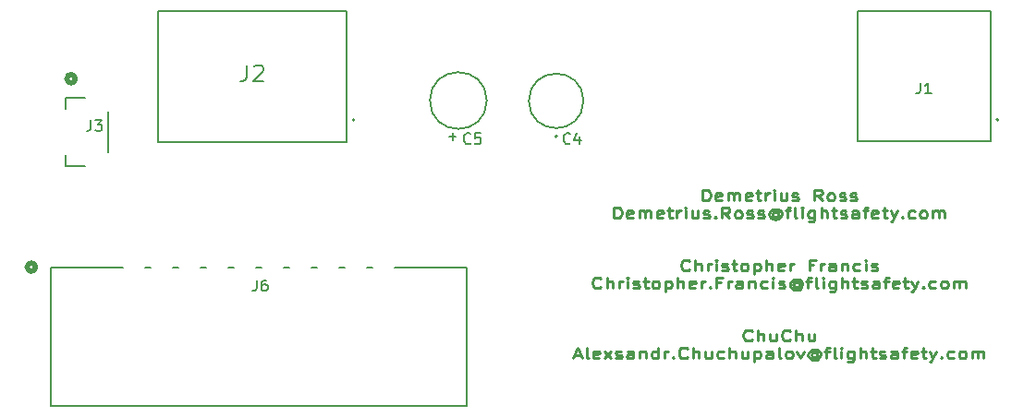
<source format=gbr>
%TF.GenerationSoftware,KiCad,Pcbnew,9.0.0*%
%TF.CreationDate,2025-11-28T03:58:01-07:00*%
%TF.ProjectId,signal-board,7369676e-616c-42d6-926f-6172642e6b69,rev?*%
%TF.SameCoordinates,Original*%
%TF.FileFunction,Legend,Top*%
%TF.FilePolarity,Positive*%
%FSLAX46Y46*%
G04 Gerber Fmt 4.6, Leading zero omitted, Abs format (unit mm)*
G04 Created by KiCad (PCBNEW 9.0.0) date 2025-11-28 03:58:01*
%MOMM*%
%LPD*%
G01*
G04 APERTURE LIST*
%ADD10C,0.250000*%
%ADD11C,0.150000*%
%ADD12C,0.200000*%
%ADD13C,0.127000*%
%ADD14C,0.508000*%
%ADD15C,0.152400*%
G04 APERTURE END LIST*
D10*
X163166190Y-82504871D02*
X163166190Y-81504871D01*
X163166190Y-81504871D02*
X163463809Y-81504871D01*
X163463809Y-81504871D02*
X163642380Y-81552490D01*
X163642380Y-81552490D02*
X163761428Y-81647728D01*
X163761428Y-81647728D02*
X163820951Y-81742966D01*
X163820951Y-81742966D02*
X163880475Y-81933442D01*
X163880475Y-81933442D02*
X163880475Y-82076299D01*
X163880475Y-82076299D02*
X163820951Y-82266775D01*
X163820951Y-82266775D02*
X163761428Y-82362013D01*
X163761428Y-82362013D02*
X163642380Y-82457252D01*
X163642380Y-82457252D02*
X163463809Y-82504871D01*
X163463809Y-82504871D02*
X163166190Y-82504871D01*
X164892380Y-82457252D02*
X164773332Y-82504871D01*
X164773332Y-82504871D02*
X164535237Y-82504871D01*
X164535237Y-82504871D02*
X164416190Y-82457252D01*
X164416190Y-82457252D02*
X164356666Y-82362013D01*
X164356666Y-82362013D02*
X164356666Y-81981061D01*
X164356666Y-81981061D02*
X164416190Y-81885823D01*
X164416190Y-81885823D02*
X164535237Y-81838204D01*
X164535237Y-81838204D02*
X164773332Y-81838204D01*
X164773332Y-81838204D02*
X164892380Y-81885823D01*
X164892380Y-81885823D02*
X164951904Y-81981061D01*
X164951904Y-81981061D02*
X164951904Y-82076299D01*
X164951904Y-82076299D02*
X164356666Y-82171537D01*
X165487619Y-82504871D02*
X165487619Y-81838204D01*
X165487619Y-81933442D02*
X165547142Y-81885823D01*
X165547142Y-81885823D02*
X165666190Y-81838204D01*
X165666190Y-81838204D02*
X165844761Y-81838204D01*
X165844761Y-81838204D02*
X165963809Y-81885823D01*
X165963809Y-81885823D02*
X166023333Y-81981061D01*
X166023333Y-81981061D02*
X166023333Y-82504871D01*
X166023333Y-81981061D02*
X166082857Y-81885823D01*
X166082857Y-81885823D02*
X166201904Y-81838204D01*
X166201904Y-81838204D02*
X166380476Y-81838204D01*
X166380476Y-81838204D02*
X166499523Y-81885823D01*
X166499523Y-81885823D02*
X166559047Y-81981061D01*
X166559047Y-81981061D02*
X166559047Y-82504871D01*
X167630476Y-82457252D02*
X167511428Y-82504871D01*
X167511428Y-82504871D02*
X167273333Y-82504871D01*
X167273333Y-82504871D02*
X167154286Y-82457252D01*
X167154286Y-82457252D02*
X167094762Y-82362013D01*
X167094762Y-82362013D02*
X167094762Y-81981061D01*
X167094762Y-81981061D02*
X167154286Y-81885823D01*
X167154286Y-81885823D02*
X167273333Y-81838204D01*
X167273333Y-81838204D02*
X167511428Y-81838204D01*
X167511428Y-81838204D02*
X167630476Y-81885823D01*
X167630476Y-81885823D02*
X167690000Y-81981061D01*
X167690000Y-81981061D02*
X167690000Y-82076299D01*
X167690000Y-82076299D02*
X167094762Y-82171537D01*
X168047143Y-81838204D02*
X168523334Y-81838204D01*
X168225715Y-81504871D02*
X168225715Y-82362013D01*
X168225715Y-82362013D02*
X168285238Y-82457252D01*
X168285238Y-82457252D02*
X168404286Y-82504871D01*
X168404286Y-82504871D02*
X168523334Y-82504871D01*
X168940001Y-82504871D02*
X168940001Y-81838204D01*
X168940001Y-82028680D02*
X168999524Y-81933442D01*
X168999524Y-81933442D02*
X169059048Y-81885823D01*
X169059048Y-81885823D02*
X169178096Y-81838204D01*
X169178096Y-81838204D02*
X169297143Y-81838204D01*
X169713811Y-82504871D02*
X169713811Y-81838204D01*
X169713811Y-81504871D02*
X169654287Y-81552490D01*
X169654287Y-81552490D02*
X169713811Y-81600109D01*
X169713811Y-81600109D02*
X169773334Y-81552490D01*
X169773334Y-81552490D02*
X169713811Y-81504871D01*
X169713811Y-81504871D02*
X169713811Y-81600109D01*
X170844763Y-81838204D02*
X170844763Y-82504871D01*
X170309049Y-81838204D02*
X170309049Y-82362013D01*
X170309049Y-82362013D02*
X170368572Y-82457252D01*
X170368572Y-82457252D02*
X170487620Y-82504871D01*
X170487620Y-82504871D02*
X170666191Y-82504871D01*
X170666191Y-82504871D02*
X170785239Y-82457252D01*
X170785239Y-82457252D02*
X170844763Y-82409632D01*
X171380477Y-82457252D02*
X171499524Y-82504871D01*
X171499524Y-82504871D02*
X171737620Y-82504871D01*
X171737620Y-82504871D02*
X171856667Y-82457252D01*
X171856667Y-82457252D02*
X171916191Y-82362013D01*
X171916191Y-82362013D02*
X171916191Y-82314394D01*
X171916191Y-82314394D02*
X171856667Y-82219156D01*
X171856667Y-82219156D02*
X171737620Y-82171537D01*
X171737620Y-82171537D02*
X171559048Y-82171537D01*
X171559048Y-82171537D02*
X171440001Y-82123918D01*
X171440001Y-82123918D02*
X171380477Y-82028680D01*
X171380477Y-82028680D02*
X171380477Y-81981061D01*
X171380477Y-81981061D02*
X171440001Y-81885823D01*
X171440001Y-81885823D02*
X171559048Y-81838204D01*
X171559048Y-81838204D02*
X171737620Y-81838204D01*
X171737620Y-81838204D02*
X171856667Y-81885823D01*
X174118572Y-82504871D02*
X173701906Y-82028680D01*
X173404287Y-82504871D02*
X173404287Y-81504871D01*
X173404287Y-81504871D02*
X173880477Y-81504871D01*
X173880477Y-81504871D02*
X173999525Y-81552490D01*
X173999525Y-81552490D02*
X174059048Y-81600109D01*
X174059048Y-81600109D02*
X174118572Y-81695347D01*
X174118572Y-81695347D02*
X174118572Y-81838204D01*
X174118572Y-81838204D02*
X174059048Y-81933442D01*
X174059048Y-81933442D02*
X173999525Y-81981061D01*
X173999525Y-81981061D02*
X173880477Y-82028680D01*
X173880477Y-82028680D02*
X173404287Y-82028680D01*
X174832858Y-82504871D02*
X174713810Y-82457252D01*
X174713810Y-82457252D02*
X174654287Y-82409632D01*
X174654287Y-82409632D02*
X174594763Y-82314394D01*
X174594763Y-82314394D02*
X174594763Y-82028680D01*
X174594763Y-82028680D02*
X174654287Y-81933442D01*
X174654287Y-81933442D02*
X174713810Y-81885823D01*
X174713810Y-81885823D02*
X174832858Y-81838204D01*
X174832858Y-81838204D02*
X175011429Y-81838204D01*
X175011429Y-81838204D02*
X175130477Y-81885823D01*
X175130477Y-81885823D02*
X175190001Y-81933442D01*
X175190001Y-81933442D02*
X175249525Y-82028680D01*
X175249525Y-82028680D02*
X175249525Y-82314394D01*
X175249525Y-82314394D02*
X175190001Y-82409632D01*
X175190001Y-82409632D02*
X175130477Y-82457252D01*
X175130477Y-82457252D02*
X175011429Y-82504871D01*
X175011429Y-82504871D02*
X174832858Y-82504871D01*
X175725715Y-82457252D02*
X175844762Y-82504871D01*
X175844762Y-82504871D02*
X176082858Y-82504871D01*
X176082858Y-82504871D02*
X176201905Y-82457252D01*
X176201905Y-82457252D02*
X176261429Y-82362013D01*
X176261429Y-82362013D02*
X176261429Y-82314394D01*
X176261429Y-82314394D02*
X176201905Y-82219156D01*
X176201905Y-82219156D02*
X176082858Y-82171537D01*
X176082858Y-82171537D02*
X175904286Y-82171537D01*
X175904286Y-82171537D02*
X175785239Y-82123918D01*
X175785239Y-82123918D02*
X175725715Y-82028680D01*
X175725715Y-82028680D02*
X175725715Y-81981061D01*
X175725715Y-81981061D02*
X175785239Y-81885823D01*
X175785239Y-81885823D02*
X175904286Y-81838204D01*
X175904286Y-81838204D02*
X176082858Y-81838204D01*
X176082858Y-81838204D02*
X176201905Y-81885823D01*
X176737620Y-82457252D02*
X176856667Y-82504871D01*
X176856667Y-82504871D02*
X177094763Y-82504871D01*
X177094763Y-82504871D02*
X177213810Y-82457252D01*
X177213810Y-82457252D02*
X177273334Y-82362013D01*
X177273334Y-82362013D02*
X177273334Y-82314394D01*
X177273334Y-82314394D02*
X177213810Y-82219156D01*
X177213810Y-82219156D02*
X177094763Y-82171537D01*
X177094763Y-82171537D02*
X176916191Y-82171537D01*
X176916191Y-82171537D02*
X176797144Y-82123918D01*
X176797144Y-82123918D02*
X176737620Y-82028680D01*
X176737620Y-82028680D02*
X176737620Y-81981061D01*
X176737620Y-81981061D02*
X176797144Y-81885823D01*
X176797144Y-81885823D02*
X176916191Y-81838204D01*
X176916191Y-81838204D02*
X177094763Y-81838204D01*
X177094763Y-81838204D02*
X177213810Y-81885823D01*
X155041189Y-84114815D02*
X155041189Y-83114815D01*
X155041189Y-83114815D02*
X155338808Y-83114815D01*
X155338808Y-83114815D02*
X155517379Y-83162434D01*
X155517379Y-83162434D02*
X155636427Y-83257672D01*
X155636427Y-83257672D02*
X155695950Y-83352910D01*
X155695950Y-83352910D02*
X155755474Y-83543386D01*
X155755474Y-83543386D02*
X155755474Y-83686243D01*
X155755474Y-83686243D02*
X155695950Y-83876719D01*
X155695950Y-83876719D02*
X155636427Y-83971957D01*
X155636427Y-83971957D02*
X155517379Y-84067196D01*
X155517379Y-84067196D02*
X155338808Y-84114815D01*
X155338808Y-84114815D02*
X155041189Y-84114815D01*
X156767379Y-84067196D02*
X156648331Y-84114815D01*
X156648331Y-84114815D02*
X156410236Y-84114815D01*
X156410236Y-84114815D02*
X156291189Y-84067196D01*
X156291189Y-84067196D02*
X156231665Y-83971957D01*
X156231665Y-83971957D02*
X156231665Y-83591005D01*
X156231665Y-83591005D02*
X156291189Y-83495767D01*
X156291189Y-83495767D02*
X156410236Y-83448148D01*
X156410236Y-83448148D02*
X156648331Y-83448148D01*
X156648331Y-83448148D02*
X156767379Y-83495767D01*
X156767379Y-83495767D02*
X156826903Y-83591005D01*
X156826903Y-83591005D02*
X156826903Y-83686243D01*
X156826903Y-83686243D02*
X156231665Y-83781481D01*
X157362618Y-84114815D02*
X157362618Y-83448148D01*
X157362618Y-83543386D02*
X157422141Y-83495767D01*
X157422141Y-83495767D02*
X157541189Y-83448148D01*
X157541189Y-83448148D02*
X157719760Y-83448148D01*
X157719760Y-83448148D02*
X157838808Y-83495767D01*
X157838808Y-83495767D02*
X157898332Y-83591005D01*
X157898332Y-83591005D02*
X157898332Y-84114815D01*
X157898332Y-83591005D02*
X157957856Y-83495767D01*
X157957856Y-83495767D02*
X158076903Y-83448148D01*
X158076903Y-83448148D02*
X158255475Y-83448148D01*
X158255475Y-83448148D02*
X158374522Y-83495767D01*
X158374522Y-83495767D02*
X158434046Y-83591005D01*
X158434046Y-83591005D02*
X158434046Y-84114815D01*
X159505475Y-84067196D02*
X159386427Y-84114815D01*
X159386427Y-84114815D02*
X159148332Y-84114815D01*
X159148332Y-84114815D02*
X159029285Y-84067196D01*
X159029285Y-84067196D02*
X158969761Y-83971957D01*
X158969761Y-83971957D02*
X158969761Y-83591005D01*
X158969761Y-83591005D02*
X159029285Y-83495767D01*
X159029285Y-83495767D02*
X159148332Y-83448148D01*
X159148332Y-83448148D02*
X159386427Y-83448148D01*
X159386427Y-83448148D02*
X159505475Y-83495767D01*
X159505475Y-83495767D02*
X159564999Y-83591005D01*
X159564999Y-83591005D02*
X159564999Y-83686243D01*
X159564999Y-83686243D02*
X158969761Y-83781481D01*
X159922142Y-83448148D02*
X160398333Y-83448148D01*
X160100714Y-83114815D02*
X160100714Y-83971957D01*
X160100714Y-83971957D02*
X160160237Y-84067196D01*
X160160237Y-84067196D02*
X160279285Y-84114815D01*
X160279285Y-84114815D02*
X160398333Y-84114815D01*
X160815000Y-84114815D02*
X160815000Y-83448148D01*
X160815000Y-83638624D02*
X160874523Y-83543386D01*
X160874523Y-83543386D02*
X160934047Y-83495767D01*
X160934047Y-83495767D02*
X161053095Y-83448148D01*
X161053095Y-83448148D02*
X161172142Y-83448148D01*
X161588810Y-84114815D02*
X161588810Y-83448148D01*
X161588810Y-83114815D02*
X161529286Y-83162434D01*
X161529286Y-83162434D02*
X161588810Y-83210053D01*
X161588810Y-83210053D02*
X161648333Y-83162434D01*
X161648333Y-83162434D02*
X161588810Y-83114815D01*
X161588810Y-83114815D02*
X161588810Y-83210053D01*
X162719762Y-83448148D02*
X162719762Y-84114815D01*
X162184048Y-83448148D02*
X162184048Y-83971957D01*
X162184048Y-83971957D02*
X162243571Y-84067196D01*
X162243571Y-84067196D02*
X162362619Y-84114815D01*
X162362619Y-84114815D02*
X162541190Y-84114815D01*
X162541190Y-84114815D02*
X162660238Y-84067196D01*
X162660238Y-84067196D02*
X162719762Y-84019576D01*
X163255476Y-84067196D02*
X163374523Y-84114815D01*
X163374523Y-84114815D02*
X163612619Y-84114815D01*
X163612619Y-84114815D02*
X163731666Y-84067196D01*
X163731666Y-84067196D02*
X163791190Y-83971957D01*
X163791190Y-83971957D02*
X163791190Y-83924338D01*
X163791190Y-83924338D02*
X163731666Y-83829100D01*
X163731666Y-83829100D02*
X163612619Y-83781481D01*
X163612619Y-83781481D02*
X163434047Y-83781481D01*
X163434047Y-83781481D02*
X163315000Y-83733862D01*
X163315000Y-83733862D02*
X163255476Y-83638624D01*
X163255476Y-83638624D02*
X163255476Y-83591005D01*
X163255476Y-83591005D02*
X163315000Y-83495767D01*
X163315000Y-83495767D02*
X163434047Y-83448148D01*
X163434047Y-83448148D02*
X163612619Y-83448148D01*
X163612619Y-83448148D02*
X163731666Y-83495767D01*
X164326905Y-84019576D02*
X164386428Y-84067196D01*
X164386428Y-84067196D02*
X164326905Y-84114815D01*
X164326905Y-84114815D02*
X164267381Y-84067196D01*
X164267381Y-84067196D02*
X164326905Y-84019576D01*
X164326905Y-84019576D02*
X164326905Y-84114815D01*
X165636428Y-84114815D02*
X165219762Y-83638624D01*
X164922143Y-84114815D02*
X164922143Y-83114815D01*
X164922143Y-83114815D02*
X165398333Y-83114815D01*
X165398333Y-83114815D02*
X165517381Y-83162434D01*
X165517381Y-83162434D02*
X165576904Y-83210053D01*
X165576904Y-83210053D02*
X165636428Y-83305291D01*
X165636428Y-83305291D02*
X165636428Y-83448148D01*
X165636428Y-83448148D02*
X165576904Y-83543386D01*
X165576904Y-83543386D02*
X165517381Y-83591005D01*
X165517381Y-83591005D02*
X165398333Y-83638624D01*
X165398333Y-83638624D02*
X164922143Y-83638624D01*
X166350714Y-84114815D02*
X166231666Y-84067196D01*
X166231666Y-84067196D02*
X166172143Y-84019576D01*
X166172143Y-84019576D02*
X166112619Y-83924338D01*
X166112619Y-83924338D02*
X166112619Y-83638624D01*
X166112619Y-83638624D02*
X166172143Y-83543386D01*
X166172143Y-83543386D02*
X166231666Y-83495767D01*
X166231666Y-83495767D02*
X166350714Y-83448148D01*
X166350714Y-83448148D02*
X166529285Y-83448148D01*
X166529285Y-83448148D02*
X166648333Y-83495767D01*
X166648333Y-83495767D02*
X166707857Y-83543386D01*
X166707857Y-83543386D02*
X166767381Y-83638624D01*
X166767381Y-83638624D02*
X166767381Y-83924338D01*
X166767381Y-83924338D02*
X166707857Y-84019576D01*
X166707857Y-84019576D02*
X166648333Y-84067196D01*
X166648333Y-84067196D02*
X166529285Y-84114815D01*
X166529285Y-84114815D02*
X166350714Y-84114815D01*
X167243571Y-84067196D02*
X167362618Y-84114815D01*
X167362618Y-84114815D02*
X167600714Y-84114815D01*
X167600714Y-84114815D02*
X167719761Y-84067196D01*
X167719761Y-84067196D02*
X167779285Y-83971957D01*
X167779285Y-83971957D02*
X167779285Y-83924338D01*
X167779285Y-83924338D02*
X167719761Y-83829100D01*
X167719761Y-83829100D02*
X167600714Y-83781481D01*
X167600714Y-83781481D02*
X167422142Y-83781481D01*
X167422142Y-83781481D02*
X167303095Y-83733862D01*
X167303095Y-83733862D02*
X167243571Y-83638624D01*
X167243571Y-83638624D02*
X167243571Y-83591005D01*
X167243571Y-83591005D02*
X167303095Y-83495767D01*
X167303095Y-83495767D02*
X167422142Y-83448148D01*
X167422142Y-83448148D02*
X167600714Y-83448148D01*
X167600714Y-83448148D02*
X167719761Y-83495767D01*
X168255476Y-84067196D02*
X168374523Y-84114815D01*
X168374523Y-84114815D02*
X168612619Y-84114815D01*
X168612619Y-84114815D02*
X168731666Y-84067196D01*
X168731666Y-84067196D02*
X168791190Y-83971957D01*
X168791190Y-83971957D02*
X168791190Y-83924338D01*
X168791190Y-83924338D02*
X168731666Y-83829100D01*
X168731666Y-83829100D02*
X168612619Y-83781481D01*
X168612619Y-83781481D02*
X168434047Y-83781481D01*
X168434047Y-83781481D02*
X168315000Y-83733862D01*
X168315000Y-83733862D02*
X168255476Y-83638624D01*
X168255476Y-83638624D02*
X168255476Y-83591005D01*
X168255476Y-83591005D02*
X168315000Y-83495767D01*
X168315000Y-83495767D02*
X168434047Y-83448148D01*
X168434047Y-83448148D02*
X168612619Y-83448148D01*
X168612619Y-83448148D02*
X168731666Y-83495767D01*
X170100714Y-83638624D02*
X170041190Y-83591005D01*
X170041190Y-83591005D02*
X169922143Y-83543386D01*
X169922143Y-83543386D02*
X169803095Y-83543386D01*
X169803095Y-83543386D02*
X169684047Y-83591005D01*
X169684047Y-83591005D02*
X169624524Y-83638624D01*
X169624524Y-83638624D02*
X169565000Y-83733862D01*
X169565000Y-83733862D02*
X169565000Y-83829100D01*
X169565000Y-83829100D02*
X169624524Y-83924338D01*
X169624524Y-83924338D02*
X169684047Y-83971957D01*
X169684047Y-83971957D02*
X169803095Y-84019576D01*
X169803095Y-84019576D02*
X169922143Y-84019576D01*
X169922143Y-84019576D02*
X170041190Y-83971957D01*
X170041190Y-83971957D02*
X170100714Y-83924338D01*
X170100714Y-83543386D02*
X170100714Y-83924338D01*
X170100714Y-83924338D02*
X170160238Y-83971957D01*
X170160238Y-83971957D02*
X170219762Y-83971957D01*
X170219762Y-83971957D02*
X170338809Y-83924338D01*
X170338809Y-83924338D02*
X170398333Y-83829100D01*
X170398333Y-83829100D02*
X170398333Y-83591005D01*
X170398333Y-83591005D02*
X170279286Y-83448148D01*
X170279286Y-83448148D02*
X170100714Y-83352910D01*
X170100714Y-83352910D02*
X169862619Y-83305291D01*
X169862619Y-83305291D02*
X169624524Y-83352910D01*
X169624524Y-83352910D02*
X169445952Y-83448148D01*
X169445952Y-83448148D02*
X169326905Y-83591005D01*
X169326905Y-83591005D02*
X169267381Y-83781481D01*
X169267381Y-83781481D02*
X169326905Y-83971957D01*
X169326905Y-83971957D02*
X169445952Y-84114815D01*
X169445952Y-84114815D02*
X169624524Y-84210053D01*
X169624524Y-84210053D02*
X169862619Y-84257672D01*
X169862619Y-84257672D02*
X170100714Y-84210053D01*
X170100714Y-84210053D02*
X170279286Y-84114815D01*
X170755476Y-83448148D02*
X171231667Y-83448148D01*
X170934048Y-84114815D02*
X170934048Y-83257672D01*
X170934048Y-83257672D02*
X170993571Y-83162434D01*
X170993571Y-83162434D02*
X171112619Y-83114815D01*
X171112619Y-83114815D02*
X171231667Y-83114815D01*
X171826905Y-84114815D02*
X171707857Y-84067196D01*
X171707857Y-84067196D02*
X171648334Y-83971957D01*
X171648334Y-83971957D02*
X171648334Y-83114815D01*
X172303096Y-84114815D02*
X172303096Y-83448148D01*
X172303096Y-83114815D02*
X172243572Y-83162434D01*
X172243572Y-83162434D02*
X172303096Y-83210053D01*
X172303096Y-83210053D02*
X172362619Y-83162434D01*
X172362619Y-83162434D02*
X172303096Y-83114815D01*
X172303096Y-83114815D02*
X172303096Y-83210053D01*
X173434048Y-83448148D02*
X173434048Y-84257672D01*
X173434048Y-84257672D02*
X173374524Y-84352910D01*
X173374524Y-84352910D02*
X173315000Y-84400529D01*
X173315000Y-84400529D02*
X173195953Y-84448148D01*
X173195953Y-84448148D02*
X173017381Y-84448148D01*
X173017381Y-84448148D02*
X172898334Y-84400529D01*
X173434048Y-84067196D02*
X173315000Y-84114815D01*
X173315000Y-84114815D02*
X173076905Y-84114815D01*
X173076905Y-84114815D02*
X172957857Y-84067196D01*
X172957857Y-84067196D02*
X172898334Y-84019576D01*
X172898334Y-84019576D02*
X172838810Y-83924338D01*
X172838810Y-83924338D02*
X172838810Y-83638624D01*
X172838810Y-83638624D02*
X172898334Y-83543386D01*
X172898334Y-83543386D02*
X172957857Y-83495767D01*
X172957857Y-83495767D02*
X173076905Y-83448148D01*
X173076905Y-83448148D02*
X173315000Y-83448148D01*
X173315000Y-83448148D02*
X173434048Y-83495767D01*
X174029286Y-84114815D02*
X174029286Y-83114815D01*
X174565000Y-84114815D02*
X174565000Y-83591005D01*
X174565000Y-83591005D02*
X174505476Y-83495767D01*
X174505476Y-83495767D02*
X174386428Y-83448148D01*
X174386428Y-83448148D02*
X174207857Y-83448148D01*
X174207857Y-83448148D02*
X174088809Y-83495767D01*
X174088809Y-83495767D02*
X174029286Y-83543386D01*
X174981666Y-83448148D02*
X175457857Y-83448148D01*
X175160238Y-83114815D02*
X175160238Y-83971957D01*
X175160238Y-83971957D02*
X175219761Y-84067196D01*
X175219761Y-84067196D02*
X175338809Y-84114815D01*
X175338809Y-84114815D02*
X175457857Y-84114815D01*
X175815000Y-84067196D02*
X175934047Y-84114815D01*
X175934047Y-84114815D02*
X176172143Y-84114815D01*
X176172143Y-84114815D02*
X176291190Y-84067196D01*
X176291190Y-84067196D02*
X176350714Y-83971957D01*
X176350714Y-83971957D02*
X176350714Y-83924338D01*
X176350714Y-83924338D02*
X176291190Y-83829100D01*
X176291190Y-83829100D02*
X176172143Y-83781481D01*
X176172143Y-83781481D02*
X175993571Y-83781481D01*
X175993571Y-83781481D02*
X175874524Y-83733862D01*
X175874524Y-83733862D02*
X175815000Y-83638624D01*
X175815000Y-83638624D02*
X175815000Y-83591005D01*
X175815000Y-83591005D02*
X175874524Y-83495767D01*
X175874524Y-83495767D02*
X175993571Y-83448148D01*
X175993571Y-83448148D02*
X176172143Y-83448148D01*
X176172143Y-83448148D02*
X176291190Y-83495767D01*
X177422143Y-84114815D02*
X177422143Y-83591005D01*
X177422143Y-83591005D02*
X177362619Y-83495767D01*
X177362619Y-83495767D02*
X177243571Y-83448148D01*
X177243571Y-83448148D02*
X177005476Y-83448148D01*
X177005476Y-83448148D02*
X176886429Y-83495767D01*
X177422143Y-84067196D02*
X177303095Y-84114815D01*
X177303095Y-84114815D02*
X177005476Y-84114815D01*
X177005476Y-84114815D02*
X176886429Y-84067196D01*
X176886429Y-84067196D02*
X176826905Y-83971957D01*
X176826905Y-83971957D02*
X176826905Y-83876719D01*
X176826905Y-83876719D02*
X176886429Y-83781481D01*
X176886429Y-83781481D02*
X177005476Y-83733862D01*
X177005476Y-83733862D02*
X177303095Y-83733862D01*
X177303095Y-83733862D02*
X177422143Y-83686243D01*
X177838809Y-83448148D02*
X178315000Y-83448148D01*
X178017381Y-84114815D02*
X178017381Y-83257672D01*
X178017381Y-83257672D02*
X178076904Y-83162434D01*
X178076904Y-83162434D02*
X178195952Y-83114815D01*
X178195952Y-83114815D02*
X178315000Y-83114815D01*
X179207857Y-84067196D02*
X179088809Y-84114815D01*
X179088809Y-84114815D02*
X178850714Y-84114815D01*
X178850714Y-84114815D02*
X178731667Y-84067196D01*
X178731667Y-84067196D02*
X178672143Y-83971957D01*
X178672143Y-83971957D02*
X178672143Y-83591005D01*
X178672143Y-83591005D02*
X178731667Y-83495767D01*
X178731667Y-83495767D02*
X178850714Y-83448148D01*
X178850714Y-83448148D02*
X179088809Y-83448148D01*
X179088809Y-83448148D02*
X179207857Y-83495767D01*
X179207857Y-83495767D02*
X179267381Y-83591005D01*
X179267381Y-83591005D02*
X179267381Y-83686243D01*
X179267381Y-83686243D02*
X178672143Y-83781481D01*
X179624524Y-83448148D02*
X180100715Y-83448148D01*
X179803096Y-83114815D02*
X179803096Y-83971957D01*
X179803096Y-83971957D02*
X179862619Y-84067196D01*
X179862619Y-84067196D02*
X179981667Y-84114815D01*
X179981667Y-84114815D02*
X180100715Y-84114815D01*
X180398334Y-83448148D02*
X180695953Y-84114815D01*
X180993572Y-83448148D02*
X180695953Y-84114815D01*
X180695953Y-84114815D02*
X180576905Y-84352910D01*
X180576905Y-84352910D02*
X180517382Y-84400529D01*
X180517382Y-84400529D02*
X180398334Y-84448148D01*
X181469763Y-84019576D02*
X181529286Y-84067196D01*
X181529286Y-84067196D02*
X181469763Y-84114815D01*
X181469763Y-84114815D02*
X181410239Y-84067196D01*
X181410239Y-84067196D02*
X181469763Y-84019576D01*
X181469763Y-84019576D02*
X181469763Y-84114815D01*
X182600715Y-84067196D02*
X182481667Y-84114815D01*
X182481667Y-84114815D02*
X182243572Y-84114815D01*
X182243572Y-84114815D02*
X182124524Y-84067196D01*
X182124524Y-84067196D02*
X182065001Y-84019576D01*
X182065001Y-84019576D02*
X182005477Y-83924338D01*
X182005477Y-83924338D02*
X182005477Y-83638624D01*
X182005477Y-83638624D02*
X182065001Y-83543386D01*
X182065001Y-83543386D02*
X182124524Y-83495767D01*
X182124524Y-83495767D02*
X182243572Y-83448148D01*
X182243572Y-83448148D02*
X182481667Y-83448148D01*
X182481667Y-83448148D02*
X182600715Y-83495767D01*
X183315001Y-84114815D02*
X183195953Y-84067196D01*
X183195953Y-84067196D02*
X183136430Y-84019576D01*
X183136430Y-84019576D02*
X183076906Y-83924338D01*
X183076906Y-83924338D02*
X183076906Y-83638624D01*
X183076906Y-83638624D02*
X183136430Y-83543386D01*
X183136430Y-83543386D02*
X183195953Y-83495767D01*
X183195953Y-83495767D02*
X183315001Y-83448148D01*
X183315001Y-83448148D02*
X183493572Y-83448148D01*
X183493572Y-83448148D02*
X183612620Y-83495767D01*
X183612620Y-83495767D02*
X183672144Y-83543386D01*
X183672144Y-83543386D02*
X183731668Y-83638624D01*
X183731668Y-83638624D02*
X183731668Y-83924338D01*
X183731668Y-83924338D02*
X183672144Y-84019576D01*
X183672144Y-84019576D02*
X183612620Y-84067196D01*
X183612620Y-84067196D02*
X183493572Y-84114815D01*
X183493572Y-84114815D02*
X183315001Y-84114815D01*
X184267382Y-84114815D02*
X184267382Y-83448148D01*
X184267382Y-83543386D02*
X184326905Y-83495767D01*
X184326905Y-83495767D02*
X184445953Y-83448148D01*
X184445953Y-83448148D02*
X184624524Y-83448148D01*
X184624524Y-83448148D02*
X184743572Y-83495767D01*
X184743572Y-83495767D02*
X184803096Y-83591005D01*
X184803096Y-83591005D02*
X184803096Y-84114815D01*
X184803096Y-83591005D02*
X184862620Y-83495767D01*
X184862620Y-83495767D02*
X184981667Y-83448148D01*
X184981667Y-83448148D02*
X185160239Y-83448148D01*
X185160239Y-83448148D02*
X185279286Y-83495767D01*
X185279286Y-83495767D02*
X185338810Y-83591005D01*
X185338810Y-83591005D02*
X185338810Y-84114815D01*
X161975713Y-88849408D02*
X161916189Y-88897028D01*
X161916189Y-88897028D02*
X161737618Y-88944647D01*
X161737618Y-88944647D02*
X161618570Y-88944647D01*
X161618570Y-88944647D02*
X161439999Y-88897028D01*
X161439999Y-88897028D02*
X161320951Y-88801789D01*
X161320951Y-88801789D02*
X161261428Y-88706551D01*
X161261428Y-88706551D02*
X161201904Y-88516075D01*
X161201904Y-88516075D02*
X161201904Y-88373218D01*
X161201904Y-88373218D02*
X161261428Y-88182742D01*
X161261428Y-88182742D02*
X161320951Y-88087504D01*
X161320951Y-88087504D02*
X161439999Y-87992266D01*
X161439999Y-87992266D02*
X161618570Y-87944647D01*
X161618570Y-87944647D02*
X161737618Y-87944647D01*
X161737618Y-87944647D02*
X161916189Y-87992266D01*
X161916189Y-87992266D02*
X161975713Y-88039885D01*
X162511428Y-88944647D02*
X162511428Y-87944647D01*
X163047142Y-88944647D02*
X163047142Y-88420837D01*
X163047142Y-88420837D02*
X162987618Y-88325599D01*
X162987618Y-88325599D02*
X162868570Y-88277980D01*
X162868570Y-88277980D02*
X162689999Y-88277980D01*
X162689999Y-88277980D02*
X162570951Y-88325599D01*
X162570951Y-88325599D02*
X162511428Y-88373218D01*
X163642380Y-88944647D02*
X163642380Y-88277980D01*
X163642380Y-88468456D02*
X163701903Y-88373218D01*
X163701903Y-88373218D02*
X163761427Y-88325599D01*
X163761427Y-88325599D02*
X163880475Y-88277980D01*
X163880475Y-88277980D02*
X163999522Y-88277980D01*
X164416190Y-88944647D02*
X164416190Y-88277980D01*
X164416190Y-87944647D02*
X164356666Y-87992266D01*
X164356666Y-87992266D02*
X164416190Y-88039885D01*
X164416190Y-88039885D02*
X164475713Y-87992266D01*
X164475713Y-87992266D02*
X164416190Y-87944647D01*
X164416190Y-87944647D02*
X164416190Y-88039885D01*
X164951904Y-88897028D02*
X165070951Y-88944647D01*
X165070951Y-88944647D02*
X165309047Y-88944647D01*
X165309047Y-88944647D02*
X165428094Y-88897028D01*
X165428094Y-88897028D02*
X165487618Y-88801789D01*
X165487618Y-88801789D02*
X165487618Y-88754170D01*
X165487618Y-88754170D02*
X165428094Y-88658932D01*
X165428094Y-88658932D02*
X165309047Y-88611313D01*
X165309047Y-88611313D02*
X165130475Y-88611313D01*
X165130475Y-88611313D02*
X165011428Y-88563694D01*
X165011428Y-88563694D02*
X164951904Y-88468456D01*
X164951904Y-88468456D02*
X164951904Y-88420837D01*
X164951904Y-88420837D02*
X165011428Y-88325599D01*
X165011428Y-88325599D02*
X165130475Y-88277980D01*
X165130475Y-88277980D02*
X165309047Y-88277980D01*
X165309047Y-88277980D02*
X165428094Y-88325599D01*
X165844761Y-88277980D02*
X166320952Y-88277980D01*
X166023333Y-87944647D02*
X166023333Y-88801789D01*
X166023333Y-88801789D02*
X166082856Y-88897028D01*
X166082856Y-88897028D02*
X166201904Y-88944647D01*
X166201904Y-88944647D02*
X166320952Y-88944647D01*
X166916190Y-88944647D02*
X166797142Y-88897028D01*
X166797142Y-88897028D02*
X166737619Y-88849408D01*
X166737619Y-88849408D02*
X166678095Y-88754170D01*
X166678095Y-88754170D02*
X166678095Y-88468456D01*
X166678095Y-88468456D02*
X166737619Y-88373218D01*
X166737619Y-88373218D02*
X166797142Y-88325599D01*
X166797142Y-88325599D02*
X166916190Y-88277980D01*
X166916190Y-88277980D02*
X167094761Y-88277980D01*
X167094761Y-88277980D02*
X167213809Y-88325599D01*
X167213809Y-88325599D02*
X167273333Y-88373218D01*
X167273333Y-88373218D02*
X167332857Y-88468456D01*
X167332857Y-88468456D02*
X167332857Y-88754170D01*
X167332857Y-88754170D02*
X167273333Y-88849408D01*
X167273333Y-88849408D02*
X167213809Y-88897028D01*
X167213809Y-88897028D02*
X167094761Y-88944647D01*
X167094761Y-88944647D02*
X166916190Y-88944647D01*
X167868571Y-88277980D02*
X167868571Y-89277980D01*
X167868571Y-88325599D02*
X167987618Y-88277980D01*
X167987618Y-88277980D02*
X168225713Y-88277980D01*
X168225713Y-88277980D02*
X168344761Y-88325599D01*
X168344761Y-88325599D02*
X168404285Y-88373218D01*
X168404285Y-88373218D02*
X168463809Y-88468456D01*
X168463809Y-88468456D02*
X168463809Y-88754170D01*
X168463809Y-88754170D02*
X168404285Y-88849408D01*
X168404285Y-88849408D02*
X168344761Y-88897028D01*
X168344761Y-88897028D02*
X168225713Y-88944647D01*
X168225713Y-88944647D02*
X167987618Y-88944647D01*
X167987618Y-88944647D02*
X167868571Y-88897028D01*
X168999523Y-88944647D02*
X168999523Y-87944647D01*
X169535237Y-88944647D02*
X169535237Y-88420837D01*
X169535237Y-88420837D02*
X169475713Y-88325599D01*
X169475713Y-88325599D02*
X169356665Y-88277980D01*
X169356665Y-88277980D02*
X169178094Y-88277980D01*
X169178094Y-88277980D02*
X169059046Y-88325599D01*
X169059046Y-88325599D02*
X168999523Y-88373218D01*
X170606665Y-88897028D02*
X170487617Y-88944647D01*
X170487617Y-88944647D02*
X170249522Y-88944647D01*
X170249522Y-88944647D02*
X170130475Y-88897028D01*
X170130475Y-88897028D02*
X170070951Y-88801789D01*
X170070951Y-88801789D02*
X170070951Y-88420837D01*
X170070951Y-88420837D02*
X170130475Y-88325599D01*
X170130475Y-88325599D02*
X170249522Y-88277980D01*
X170249522Y-88277980D02*
X170487617Y-88277980D01*
X170487617Y-88277980D02*
X170606665Y-88325599D01*
X170606665Y-88325599D02*
X170666189Y-88420837D01*
X170666189Y-88420837D02*
X170666189Y-88516075D01*
X170666189Y-88516075D02*
X170070951Y-88611313D01*
X171201904Y-88944647D02*
X171201904Y-88277980D01*
X171201904Y-88468456D02*
X171261427Y-88373218D01*
X171261427Y-88373218D02*
X171320951Y-88325599D01*
X171320951Y-88325599D02*
X171439999Y-88277980D01*
X171439999Y-88277980D02*
X171559046Y-88277980D01*
X173344761Y-88420837D02*
X172928095Y-88420837D01*
X172928095Y-88944647D02*
X172928095Y-87944647D01*
X172928095Y-87944647D02*
X173523333Y-87944647D01*
X173999524Y-88944647D02*
X173999524Y-88277980D01*
X173999524Y-88468456D02*
X174059047Y-88373218D01*
X174059047Y-88373218D02*
X174118571Y-88325599D01*
X174118571Y-88325599D02*
X174237619Y-88277980D01*
X174237619Y-88277980D02*
X174356666Y-88277980D01*
X175309048Y-88944647D02*
X175309048Y-88420837D01*
X175309048Y-88420837D02*
X175249524Y-88325599D01*
X175249524Y-88325599D02*
X175130476Y-88277980D01*
X175130476Y-88277980D02*
X174892381Y-88277980D01*
X174892381Y-88277980D02*
X174773334Y-88325599D01*
X175309048Y-88897028D02*
X175190000Y-88944647D01*
X175190000Y-88944647D02*
X174892381Y-88944647D01*
X174892381Y-88944647D02*
X174773334Y-88897028D01*
X174773334Y-88897028D02*
X174713810Y-88801789D01*
X174713810Y-88801789D02*
X174713810Y-88706551D01*
X174713810Y-88706551D02*
X174773334Y-88611313D01*
X174773334Y-88611313D02*
X174892381Y-88563694D01*
X174892381Y-88563694D02*
X175190000Y-88563694D01*
X175190000Y-88563694D02*
X175309048Y-88516075D01*
X175904286Y-88277980D02*
X175904286Y-88944647D01*
X175904286Y-88373218D02*
X175963809Y-88325599D01*
X175963809Y-88325599D02*
X176082857Y-88277980D01*
X176082857Y-88277980D02*
X176261428Y-88277980D01*
X176261428Y-88277980D02*
X176380476Y-88325599D01*
X176380476Y-88325599D02*
X176440000Y-88420837D01*
X176440000Y-88420837D02*
X176440000Y-88944647D01*
X177570952Y-88897028D02*
X177451904Y-88944647D01*
X177451904Y-88944647D02*
X177213809Y-88944647D01*
X177213809Y-88944647D02*
X177094761Y-88897028D01*
X177094761Y-88897028D02*
X177035238Y-88849408D01*
X177035238Y-88849408D02*
X176975714Y-88754170D01*
X176975714Y-88754170D02*
X176975714Y-88468456D01*
X176975714Y-88468456D02*
X177035238Y-88373218D01*
X177035238Y-88373218D02*
X177094761Y-88325599D01*
X177094761Y-88325599D02*
X177213809Y-88277980D01*
X177213809Y-88277980D02*
X177451904Y-88277980D01*
X177451904Y-88277980D02*
X177570952Y-88325599D01*
X178106667Y-88944647D02*
X178106667Y-88277980D01*
X178106667Y-87944647D02*
X178047143Y-87992266D01*
X178047143Y-87992266D02*
X178106667Y-88039885D01*
X178106667Y-88039885D02*
X178166190Y-87992266D01*
X178166190Y-87992266D02*
X178106667Y-87944647D01*
X178106667Y-87944647D02*
X178106667Y-88039885D01*
X178642381Y-88897028D02*
X178761428Y-88944647D01*
X178761428Y-88944647D02*
X178999524Y-88944647D01*
X178999524Y-88944647D02*
X179118571Y-88897028D01*
X179118571Y-88897028D02*
X179178095Y-88801789D01*
X179178095Y-88801789D02*
X179178095Y-88754170D01*
X179178095Y-88754170D02*
X179118571Y-88658932D01*
X179118571Y-88658932D02*
X178999524Y-88611313D01*
X178999524Y-88611313D02*
X178820952Y-88611313D01*
X178820952Y-88611313D02*
X178701905Y-88563694D01*
X178701905Y-88563694D02*
X178642381Y-88468456D01*
X178642381Y-88468456D02*
X178642381Y-88420837D01*
X178642381Y-88420837D02*
X178701905Y-88325599D01*
X178701905Y-88325599D02*
X178820952Y-88277980D01*
X178820952Y-88277980D02*
X178999524Y-88277980D01*
X178999524Y-88277980D02*
X179118571Y-88325599D01*
X153850713Y-90459352D02*
X153791189Y-90506972D01*
X153791189Y-90506972D02*
X153612618Y-90554591D01*
X153612618Y-90554591D02*
X153493570Y-90554591D01*
X153493570Y-90554591D02*
X153314999Y-90506972D01*
X153314999Y-90506972D02*
X153195951Y-90411733D01*
X153195951Y-90411733D02*
X153136428Y-90316495D01*
X153136428Y-90316495D02*
X153076904Y-90126019D01*
X153076904Y-90126019D02*
X153076904Y-89983162D01*
X153076904Y-89983162D02*
X153136428Y-89792686D01*
X153136428Y-89792686D02*
X153195951Y-89697448D01*
X153195951Y-89697448D02*
X153314999Y-89602210D01*
X153314999Y-89602210D02*
X153493570Y-89554591D01*
X153493570Y-89554591D02*
X153612618Y-89554591D01*
X153612618Y-89554591D02*
X153791189Y-89602210D01*
X153791189Y-89602210D02*
X153850713Y-89649829D01*
X154386428Y-90554591D02*
X154386428Y-89554591D01*
X154922142Y-90554591D02*
X154922142Y-90030781D01*
X154922142Y-90030781D02*
X154862618Y-89935543D01*
X154862618Y-89935543D02*
X154743570Y-89887924D01*
X154743570Y-89887924D02*
X154564999Y-89887924D01*
X154564999Y-89887924D02*
X154445951Y-89935543D01*
X154445951Y-89935543D02*
X154386428Y-89983162D01*
X155517380Y-90554591D02*
X155517380Y-89887924D01*
X155517380Y-90078400D02*
X155576903Y-89983162D01*
X155576903Y-89983162D02*
X155636427Y-89935543D01*
X155636427Y-89935543D02*
X155755475Y-89887924D01*
X155755475Y-89887924D02*
X155874522Y-89887924D01*
X156291190Y-90554591D02*
X156291190Y-89887924D01*
X156291190Y-89554591D02*
X156231666Y-89602210D01*
X156231666Y-89602210D02*
X156291190Y-89649829D01*
X156291190Y-89649829D02*
X156350713Y-89602210D01*
X156350713Y-89602210D02*
X156291190Y-89554591D01*
X156291190Y-89554591D02*
X156291190Y-89649829D01*
X156826904Y-90506972D02*
X156945951Y-90554591D01*
X156945951Y-90554591D02*
X157184047Y-90554591D01*
X157184047Y-90554591D02*
X157303094Y-90506972D01*
X157303094Y-90506972D02*
X157362618Y-90411733D01*
X157362618Y-90411733D02*
X157362618Y-90364114D01*
X157362618Y-90364114D02*
X157303094Y-90268876D01*
X157303094Y-90268876D02*
X157184047Y-90221257D01*
X157184047Y-90221257D02*
X157005475Y-90221257D01*
X157005475Y-90221257D02*
X156886428Y-90173638D01*
X156886428Y-90173638D02*
X156826904Y-90078400D01*
X156826904Y-90078400D02*
X156826904Y-90030781D01*
X156826904Y-90030781D02*
X156886428Y-89935543D01*
X156886428Y-89935543D02*
X157005475Y-89887924D01*
X157005475Y-89887924D02*
X157184047Y-89887924D01*
X157184047Y-89887924D02*
X157303094Y-89935543D01*
X157719761Y-89887924D02*
X158195952Y-89887924D01*
X157898333Y-89554591D02*
X157898333Y-90411733D01*
X157898333Y-90411733D02*
X157957856Y-90506972D01*
X157957856Y-90506972D02*
X158076904Y-90554591D01*
X158076904Y-90554591D02*
X158195952Y-90554591D01*
X158791190Y-90554591D02*
X158672142Y-90506972D01*
X158672142Y-90506972D02*
X158612619Y-90459352D01*
X158612619Y-90459352D02*
X158553095Y-90364114D01*
X158553095Y-90364114D02*
X158553095Y-90078400D01*
X158553095Y-90078400D02*
X158612619Y-89983162D01*
X158612619Y-89983162D02*
X158672142Y-89935543D01*
X158672142Y-89935543D02*
X158791190Y-89887924D01*
X158791190Y-89887924D02*
X158969761Y-89887924D01*
X158969761Y-89887924D02*
X159088809Y-89935543D01*
X159088809Y-89935543D02*
X159148333Y-89983162D01*
X159148333Y-89983162D02*
X159207857Y-90078400D01*
X159207857Y-90078400D02*
X159207857Y-90364114D01*
X159207857Y-90364114D02*
X159148333Y-90459352D01*
X159148333Y-90459352D02*
X159088809Y-90506972D01*
X159088809Y-90506972D02*
X158969761Y-90554591D01*
X158969761Y-90554591D02*
X158791190Y-90554591D01*
X159743571Y-89887924D02*
X159743571Y-90887924D01*
X159743571Y-89935543D02*
X159862618Y-89887924D01*
X159862618Y-89887924D02*
X160100713Y-89887924D01*
X160100713Y-89887924D02*
X160219761Y-89935543D01*
X160219761Y-89935543D02*
X160279285Y-89983162D01*
X160279285Y-89983162D02*
X160338809Y-90078400D01*
X160338809Y-90078400D02*
X160338809Y-90364114D01*
X160338809Y-90364114D02*
X160279285Y-90459352D01*
X160279285Y-90459352D02*
X160219761Y-90506972D01*
X160219761Y-90506972D02*
X160100713Y-90554591D01*
X160100713Y-90554591D02*
X159862618Y-90554591D01*
X159862618Y-90554591D02*
X159743571Y-90506972D01*
X160874523Y-90554591D02*
X160874523Y-89554591D01*
X161410237Y-90554591D02*
X161410237Y-90030781D01*
X161410237Y-90030781D02*
X161350713Y-89935543D01*
X161350713Y-89935543D02*
X161231665Y-89887924D01*
X161231665Y-89887924D02*
X161053094Y-89887924D01*
X161053094Y-89887924D02*
X160934046Y-89935543D01*
X160934046Y-89935543D02*
X160874523Y-89983162D01*
X162481665Y-90506972D02*
X162362617Y-90554591D01*
X162362617Y-90554591D02*
X162124522Y-90554591D01*
X162124522Y-90554591D02*
X162005475Y-90506972D01*
X162005475Y-90506972D02*
X161945951Y-90411733D01*
X161945951Y-90411733D02*
X161945951Y-90030781D01*
X161945951Y-90030781D02*
X162005475Y-89935543D01*
X162005475Y-89935543D02*
X162124522Y-89887924D01*
X162124522Y-89887924D02*
X162362617Y-89887924D01*
X162362617Y-89887924D02*
X162481665Y-89935543D01*
X162481665Y-89935543D02*
X162541189Y-90030781D01*
X162541189Y-90030781D02*
X162541189Y-90126019D01*
X162541189Y-90126019D02*
X161945951Y-90221257D01*
X163076904Y-90554591D02*
X163076904Y-89887924D01*
X163076904Y-90078400D02*
X163136427Y-89983162D01*
X163136427Y-89983162D02*
X163195951Y-89935543D01*
X163195951Y-89935543D02*
X163314999Y-89887924D01*
X163314999Y-89887924D02*
X163434046Y-89887924D01*
X163850714Y-90459352D02*
X163910237Y-90506972D01*
X163910237Y-90506972D02*
X163850714Y-90554591D01*
X163850714Y-90554591D02*
X163791190Y-90506972D01*
X163791190Y-90506972D02*
X163850714Y-90459352D01*
X163850714Y-90459352D02*
X163850714Y-90554591D01*
X164862618Y-90030781D02*
X164445952Y-90030781D01*
X164445952Y-90554591D02*
X164445952Y-89554591D01*
X164445952Y-89554591D02*
X165041190Y-89554591D01*
X165517381Y-90554591D02*
X165517381Y-89887924D01*
X165517381Y-90078400D02*
X165576904Y-89983162D01*
X165576904Y-89983162D02*
X165636428Y-89935543D01*
X165636428Y-89935543D02*
X165755476Y-89887924D01*
X165755476Y-89887924D02*
X165874523Y-89887924D01*
X166826905Y-90554591D02*
X166826905Y-90030781D01*
X166826905Y-90030781D02*
X166767381Y-89935543D01*
X166767381Y-89935543D02*
X166648333Y-89887924D01*
X166648333Y-89887924D02*
X166410238Y-89887924D01*
X166410238Y-89887924D02*
X166291191Y-89935543D01*
X166826905Y-90506972D02*
X166707857Y-90554591D01*
X166707857Y-90554591D02*
X166410238Y-90554591D01*
X166410238Y-90554591D02*
X166291191Y-90506972D01*
X166291191Y-90506972D02*
X166231667Y-90411733D01*
X166231667Y-90411733D02*
X166231667Y-90316495D01*
X166231667Y-90316495D02*
X166291191Y-90221257D01*
X166291191Y-90221257D02*
X166410238Y-90173638D01*
X166410238Y-90173638D02*
X166707857Y-90173638D01*
X166707857Y-90173638D02*
X166826905Y-90126019D01*
X167422143Y-89887924D02*
X167422143Y-90554591D01*
X167422143Y-89983162D02*
X167481666Y-89935543D01*
X167481666Y-89935543D02*
X167600714Y-89887924D01*
X167600714Y-89887924D02*
X167779285Y-89887924D01*
X167779285Y-89887924D02*
X167898333Y-89935543D01*
X167898333Y-89935543D02*
X167957857Y-90030781D01*
X167957857Y-90030781D02*
X167957857Y-90554591D01*
X169088809Y-90506972D02*
X168969761Y-90554591D01*
X168969761Y-90554591D02*
X168731666Y-90554591D01*
X168731666Y-90554591D02*
X168612618Y-90506972D01*
X168612618Y-90506972D02*
X168553095Y-90459352D01*
X168553095Y-90459352D02*
X168493571Y-90364114D01*
X168493571Y-90364114D02*
X168493571Y-90078400D01*
X168493571Y-90078400D02*
X168553095Y-89983162D01*
X168553095Y-89983162D02*
X168612618Y-89935543D01*
X168612618Y-89935543D02*
X168731666Y-89887924D01*
X168731666Y-89887924D02*
X168969761Y-89887924D01*
X168969761Y-89887924D02*
X169088809Y-89935543D01*
X169624524Y-90554591D02*
X169624524Y-89887924D01*
X169624524Y-89554591D02*
X169565000Y-89602210D01*
X169565000Y-89602210D02*
X169624524Y-89649829D01*
X169624524Y-89649829D02*
X169684047Y-89602210D01*
X169684047Y-89602210D02*
X169624524Y-89554591D01*
X169624524Y-89554591D02*
X169624524Y-89649829D01*
X170160238Y-90506972D02*
X170279285Y-90554591D01*
X170279285Y-90554591D02*
X170517381Y-90554591D01*
X170517381Y-90554591D02*
X170636428Y-90506972D01*
X170636428Y-90506972D02*
X170695952Y-90411733D01*
X170695952Y-90411733D02*
X170695952Y-90364114D01*
X170695952Y-90364114D02*
X170636428Y-90268876D01*
X170636428Y-90268876D02*
X170517381Y-90221257D01*
X170517381Y-90221257D02*
X170338809Y-90221257D01*
X170338809Y-90221257D02*
X170219762Y-90173638D01*
X170219762Y-90173638D02*
X170160238Y-90078400D01*
X170160238Y-90078400D02*
X170160238Y-90030781D01*
X170160238Y-90030781D02*
X170219762Y-89935543D01*
X170219762Y-89935543D02*
X170338809Y-89887924D01*
X170338809Y-89887924D02*
X170517381Y-89887924D01*
X170517381Y-89887924D02*
X170636428Y-89935543D01*
X172005476Y-90078400D02*
X171945952Y-90030781D01*
X171945952Y-90030781D02*
X171826905Y-89983162D01*
X171826905Y-89983162D02*
X171707857Y-89983162D01*
X171707857Y-89983162D02*
X171588809Y-90030781D01*
X171588809Y-90030781D02*
X171529286Y-90078400D01*
X171529286Y-90078400D02*
X171469762Y-90173638D01*
X171469762Y-90173638D02*
X171469762Y-90268876D01*
X171469762Y-90268876D02*
X171529286Y-90364114D01*
X171529286Y-90364114D02*
X171588809Y-90411733D01*
X171588809Y-90411733D02*
X171707857Y-90459352D01*
X171707857Y-90459352D02*
X171826905Y-90459352D01*
X171826905Y-90459352D02*
X171945952Y-90411733D01*
X171945952Y-90411733D02*
X172005476Y-90364114D01*
X172005476Y-89983162D02*
X172005476Y-90364114D01*
X172005476Y-90364114D02*
X172065000Y-90411733D01*
X172065000Y-90411733D02*
X172124524Y-90411733D01*
X172124524Y-90411733D02*
X172243571Y-90364114D01*
X172243571Y-90364114D02*
X172303095Y-90268876D01*
X172303095Y-90268876D02*
X172303095Y-90030781D01*
X172303095Y-90030781D02*
X172184048Y-89887924D01*
X172184048Y-89887924D02*
X172005476Y-89792686D01*
X172005476Y-89792686D02*
X171767381Y-89745067D01*
X171767381Y-89745067D02*
X171529286Y-89792686D01*
X171529286Y-89792686D02*
X171350714Y-89887924D01*
X171350714Y-89887924D02*
X171231667Y-90030781D01*
X171231667Y-90030781D02*
X171172143Y-90221257D01*
X171172143Y-90221257D02*
X171231667Y-90411733D01*
X171231667Y-90411733D02*
X171350714Y-90554591D01*
X171350714Y-90554591D02*
X171529286Y-90649829D01*
X171529286Y-90649829D02*
X171767381Y-90697448D01*
X171767381Y-90697448D02*
X172005476Y-90649829D01*
X172005476Y-90649829D02*
X172184048Y-90554591D01*
X172660238Y-89887924D02*
X173136429Y-89887924D01*
X172838810Y-90554591D02*
X172838810Y-89697448D01*
X172838810Y-89697448D02*
X172898333Y-89602210D01*
X172898333Y-89602210D02*
X173017381Y-89554591D01*
X173017381Y-89554591D02*
X173136429Y-89554591D01*
X173731667Y-90554591D02*
X173612619Y-90506972D01*
X173612619Y-90506972D02*
X173553096Y-90411733D01*
X173553096Y-90411733D02*
X173553096Y-89554591D01*
X174207858Y-90554591D02*
X174207858Y-89887924D01*
X174207858Y-89554591D02*
X174148334Y-89602210D01*
X174148334Y-89602210D02*
X174207858Y-89649829D01*
X174207858Y-89649829D02*
X174267381Y-89602210D01*
X174267381Y-89602210D02*
X174207858Y-89554591D01*
X174207858Y-89554591D02*
X174207858Y-89649829D01*
X175338810Y-89887924D02*
X175338810Y-90697448D01*
X175338810Y-90697448D02*
X175279286Y-90792686D01*
X175279286Y-90792686D02*
X175219762Y-90840305D01*
X175219762Y-90840305D02*
X175100715Y-90887924D01*
X175100715Y-90887924D02*
X174922143Y-90887924D01*
X174922143Y-90887924D02*
X174803096Y-90840305D01*
X175338810Y-90506972D02*
X175219762Y-90554591D01*
X175219762Y-90554591D02*
X174981667Y-90554591D01*
X174981667Y-90554591D02*
X174862619Y-90506972D01*
X174862619Y-90506972D02*
X174803096Y-90459352D01*
X174803096Y-90459352D02*
X174743572Y-90364114D01*
X174743572Y-90364114D02*
X174743572Y-90078400D01*
X174743572Y-90078400D02*
X174803096Y-89983162D01*
X174803096Y-89983162D02*
X174862619Y-89935543D01*
X174862619Y-89935543D02*
X174981667Y-89887924D01*
X174981667Y-89887924D02*
X175219762Y-89887924D01*
X175219762Y-89887924D02*
X175338810Y-89935543D01*
X175934048Y-90554591D02*
X175934048Y-89554591D01*
X176469762Y-90554591D02*
X176469762Y-90030781D01*
X176469762Y-90030781D02*
X176410238Y-89935543D01*
X176410238Y-89935543D02*
X176291190Y-89887924D01*
X176291190Y-89887924D02*
X176112619Y-89887924D01*
X176112619Y-89887924D02*
X175993571Y-89935543D01*
X175993571Y-89935543D02*
X175934048Y-89983162D01*
X176886428Y-89887924D02*
X177362619Y-89887924D01*
X177065000Y-89554591D02*
X177065000Y-90411733D01*
X177065000Y-90411733D02*
X177124523Y-90506972D01*
X177124523Y-90506972D02*
X177243571Y-90554591D01*
X177243571Y-90554591D02*
X177362619Y-90554591D01*
X177719762Y-90506972D02*
X177838809Y-90554591D01*
X177838809Y-90554591D02*
X178076905Y-90554591D01*
X178076905Y-90554591D02*
X178195952Y-90506972D01*
X178195952Y-90506972D02*
X178255476Y-90411733D01*
X178255476Y-90411733D02*
X178255476Y-90364114D01*
X178255476Y-90364114D02*
X178195952Y-90268876D01*
X178195952Y-90268876D02*
X178076905Y-90221257D01*
X178076905Y-90221257D02*
X177898333Y-90221257D01*
X177898333Y-90221257D02*
X177779286Y-90173638D01*
X177779286Y-90173638D02*
X177719762Y-90078400D01*
X177719762Y-90078400D02*
X177719762Y-90030781D01*
X177719762Y-90030781D02*
X177779286Y-89935543D01*
X177779286Y-89935543D02*
X177898333Y-89887924D01*
X177898333Y-89887924D02*
X178076905Y-89887924D01*
X178076905Y-89887924D02*
X178195952Y-89935543D01*
X179326905Y-90554591D02*
X179326905Y-90030781D01*
X179326905Y-90030781D02*
X179267381Y-89935543D01*
X179267381Y-89935543D02*
X179148333Y-89887924D01*
X179148333Y-89887924D02*
X178910238Y-89887924D01*
X178910238Y-89887924D02*
X178791191Y-89935543D01*
X179326905Y-90506972D02*
X179207857Y-90554591D01*
X179207857Y-90554591D02*
X178910238Y-90554591D01*
X178910238Y-90554591D02*
X178791191Y-90506972D01*
X178791191Y-90506972D02*
X178731667Y-90411733D01*
X178731667Y-90411733D02*
X178731667Y-90316495D01*
X178731667Y-90316495D02*
X178791191Y-90221257D01*
X178791191Y-90221257D02*
X178910238Y-90173638D01*
X178910238Y-90173638D02*
X179207857Y-90173638D01*
X179207857Y-90173638D02*
X179326905Y-90126019D01*
X179743571Y-89887924D02*
X180219762Y-89887924D01*
X179922143Y-90554591D02*
X179922143Y-89697448D01*
X179922143Y-89697448D02*
X179981666Y-89602210D01*
X179981666Y-89602210D02*
X180100714Y-89554591D01*
X180100714Y-89554591D02*
X180219762Y-89554591D01*
X181112619Y-90506972D02*
X180993571Y-90554591D01*
X180993571Y-90554591D02*
X180755476Y-90554591D01*
X180755476Y-90554591D02*
X180636429Y-90506972D01*
X180636429Y-90506972D02*
X180576905Y-90411733D01*
X180576905Y-90411733D02*
X180576905Y-90030781D01*
X180576905Y-90030781D02*
X180636429Y-89935543D01*
X180636429Y-89935543D02*
X180755476Y-89887924D01*
X180755476Y-89887924D02*
X180993571Y-89887924D01*
X180993571Y-89887924D02*
X181112619Y-89935543D01*
X181112619Y-89935543D02*
X181172143Y-90030781D01*
X181172143Y-90030781D02*
X181172143Y-90126019D01*
X181172143Y-90126019D02*
X180576905Y-90221257D01*
X181529286Y-89887924D02*
X182005477Y-89887924D01*
X181707858Y-89554591D02*
X181707858Y-90411733D01*
X181707858Y-90411733D02*
X181767381Y-90506972D01*
X181767381Y-90506972D02*
X181886429Y-90554591D01*
X181886429Y-90554591D02*
X182005477Y-90554591D01*
X182303096Y-89887924D02*
X182600715Y-90554591D01*
X182898334Y-89887924D02*
X182600715Y-90554591D01*
X182600715Y-90554591D02*
X182481667Y-90792686D01*
X182481667Y-90792686D02*
X182422144Y-90840305D01*
X182422144Y-90840305D02*
X182303096Y-90887924D01*
X183374525Y-90459352D02*
X183434048Y-90506972D01*
X183434048Y-90506972D02*
X183374525Y-90554591D01*
X183374525Y-90554591D02*
X183315001Y-90506972D01*
X183315001Y-90506972D02*
X183374525Y-90459352D01*
X183374525Y-90459352D02*
X183374525Y-90554591D01*
X184505477Y-90506972D02*
X184386429Y-90554591D01*
X184386429Y-90554591D02*
X184148334Y-90554591D01*
X184148334Y-90554591D02*
X184029286Y-90506972D01*
X184029286Y-90506972D02*
X183969763Y-90459352D01*
X183969763Y-90459352D02*
X183910239Y-90364114D01*
X183910239Y-90364114D02*
X183910239Y-90078400D01*
X183910239Y-90078400D02*
X183969763Y-89983162D01*
X183969763Y-89983162D02*
X184029286Y-89935543D01*
X184029286Y-89935543D02*
X184148334Y-89887924D01*
X184148334Y-89887924D02*
X184386429Y-89887924D01*
X184386429Y-89887924D02*
X184505477Y-89935543D01*
X185219763Y-90554591D02*
X185100715Y-90506972D01*
X185100715Y-90506972D02*
X185041192Y-90459352D01*
X185041192Y-90459352D02*
X184981668Y-90364114D01*
X184981668Y-90364114D02*
X184981668Y-90078400D01*
X184981668Y-90078400D02*
X185041192Y-89983162D01*
X185041192Y-89983162D02*
X185100715Y-89935543D01*
X185100715Y-89935543D02*
X185219763Y-89887924D01*
X185219763Y-89887924D02*
X185398334Y-89887924D01*
X185398334Y-89887924D02*
X185517382Y-89935543D01*
X185517382Y-89935543D02*
X185576906Y-89983162D01*
X185576906Y-89983162D02*
X185636430Y-90078400D01*
X185636430Y-90078400D02*
X185636430Y-90364114D01*
X185636430Y-90364114D02*
X185576906Y-90459352D01*
X185576906Y-90459352D02*
X185517382Y-90506972D01*
X185517382Y-90506972D02*
X185398334Y-90554591D01*
X185398334Y-90554591D02*
X185219763Y-90554591D01*
X186172144Y-90554591D02*
X186172144Y-89887924D01*
X186172144Y-89983162D02*
X186231667Y-89935543D01*
X186231667Y-89935543D02*
X186350715Y-89887924D01*
X186350715Y-89887924D02*
X186529286Y-89887924D01*
X186529286Y-89887924D02*
X186648334Y-89935543D01*
X186648334Y-89935543D02*
X186707858Y-90030781D01*
X186707858Y-90030781D02*
X186707858Y-90554591D01*
X186707858Y-90030781D02*
X186767382Y-89935543D01*
X186767382Y-89935543D02*
X186886429Y-89887924D01*
X186886429Y-89887924D02*
X187065001Y-89887924D01*
X187065001Y-89887924D02*
X187184048Y-89935543D01*
X187184048Y-89935543D02*
X187243572Y-90030781D01*
X187243572Y-90030781D02*
X187243572Y-90554591D01*
X167690000Y-95289184D02*
X167630476Y-95336804D01*
X167630476Y-95336804D02*
X167451905Y-95384423D01*
X167451905Y-95384423D02*
X167332857Y-95384423D01*
X167332857Y-95384423D02*
X167154286Y-95336804D01*
X167154286Y-95336804D02*
X167035238Y-95241565D01*
X167035238Y-95241565D02*
X166975715Y-95146327D01*
X166975715Y-95146327D02*
X166916191Y-94955851D01*
X166916191Y-94955851D02*
X166916191Y-94812994D01*
X166916191Y-94812994D02*
X166975715Y-94622518D01*
X166975715Y-94622518D02*
X167035238Y-94527280D01*
X167035238Y-94527280D02*
X167154286Y-94432042D01*
X167154286Y-94432042D02*
X167332857Y-94384423D01*
X167332857Y-94384423D02*
X167451905Y-94384423D01*
X167451905Y-94384423D02*
X167630476Y-94432042D01*
X167630476Y-94432042D02*
X167690000Y-94479661D01*
X168225715Y-95384423D02*
X168225715Y-94384423D01*
X168761429Y-95384423D02*
X168761429Y-94860613D01*
X168761429Y-94860613D02*
X168701905Y-94765375D01*
X168701905Y-94765375D02*
X168582857Y-94717756D01*
X168582857Y-94717756D02*
X168404286Y-94717756D01*
X168404286Y-94717756D02*
X168285238Y-94765375D01*
X168285238Y-94765375D02*
X168225715Y-94812994D01*
X169892381Y-94717756D02*
X169892381Y-95384423D01*
X169356667Y-94717756D02*
X169356667Y-95241565D01*
X169356667Y-95241565D02*
X169416190Y-95336804D01*
X169416190Y-95336804D02*
X169535238Y-95384423D01*
X169535238Y-95384423D02*
X169713809Y-95384423D01*
X169713809Y-95384423D02*
X169832857Y-95336804D01*
X169832857Y-95336804D02*
X169892381Y-95289184D01*
X171201904Y-95289184D02*
X171142380Y-95336804D01*
X171142380Y-95336804D02*
X170963809Y-95384423D01*
X170963809Y-95384423D02*
X170844761Y-95384423D01*
X170844761Y-95384423D02*
X170666190Y-95336804D01*
X170666190Y-95336804D02*
X170547142Y-95241565D01*
X170547142Y-95241565D02*
X170487619Y-95146327D01*
X170487619Y-95146327D02*
X170428095Y-94955851D01*
X170428095Y-94955851D02*
X170428095Y-94812994D01*
X170428095Y-94812994D02*
X170487619Y-94622518D01*
X170487619Y-94622518D02*
X170547142Y-94527280D01*
X170547142Y-94527280D02*
X170666190Y-94432042D01*
X170666190Y-94432042D02*
X170844761Y-94384423D01*
X170844761Y-94384423D02*
X170963809Y-94384423D01*
X170963809Y-94384423D02*
X171142380Y-94432042D01*
X171142380Y-94432042D02*
X171201904Y-94479661D01*
X171737619Y-95384423D02*
X171737619Y-94384423D01*
X172273333Y-95384423D02*
X172273333Y-94860613D01*
X172273333Y-94860613D02*
X172213809Y-94765375D01*
X172213809Y-94765375D02*
X172094761Y-94717756D01*
X172094761Y-94717756D02*
X171916190Y-94717756D01*
X171916190Y-94717756D02*
X171797142Y-94765375D01*
X171797142Y-94765375D02*
X171737619Y-94812994D01*
X173404285Y-94717756D02*
X173404285Y-95384423D01*
X172868571Y-94717756D02*
X172868571Y-95241565D01*
X172868571Y-95241565D02*
X172928094Y-95336804D01*
X172928094Y-95336804D02*
X173047142Y-95384423D01*
X173047142Y-95384423D02*
X173225713Y-95384423D01*
X173225713Y-95384423D02*
X173344761Y-95336804D01*
X173344761Y-95336804D02*
X173404285Y-95289184D01*
X151410238Y-96708652D02*
X152005476Y-96708652D01*
X151291190Y-96994367D02*
X151707857Y-95994367D01*
X151707857Y-95994367D02*
X152124523Y-96994367D01*
X152719762Y-96994367D02*
X152600714Y-96946748D01*
X152600714Y-96946748D02*
X152541191Y-96851509D01*
X152541191Y-96851509D02*
X152541191Y-95994367D01*
X153672143Y-96946748D02*
X153553095Y-96994367D01*
X153553095Y-96994367D02*
X153315000Y-96994367D01*
X153315000Y-96994367D02*
X153195953Y-96946748D01*
X153195953Y-96946748D02*
X153136429Y-96851509D01*
X153136429Y-96851509D02*
X153136429Y-96470557D01*
X153136429Y-96470557D02*
X153195953Y-96375319D01*
X153195953Y-96375319D02*
X153315000Y-96327700D01*
X153315000Y-96327700D02*
X153553095Y-96327700D01*
X153553095Y-96327700D02*
X153672143Y-96375319D01*
X153672143Y-96375319D02*
X153731667Y-96470557D01*
X153731667Y-96470557D02*
X153731667Y-96565795D01*
X153731667Y-96565795D02*
X153136429Y-96661033D01*
X154148334Y-96994367D02*
X154803096Y-96327700D01*
X154148334Y-96327700D02*
X154803096Y-96994367D01*
X155219763Y-96946748D02*
X155338810Y-96994367D01*
X155338810Y-96994367D02*
X155576906Y-96994367D01*
X155576906Y-96994367D02*
X155695953Y-96946748D01*
X155695953Y-96946748D02*
X155755477Y-96851509D01*
X155755477Y-96851509D02*
X155755477Y-96803890D01*
X155755477Y-96803890D02*
X155695953Y-96708652D01*
X155695953Y-96708652D02*
X155576906Y-96661033D01*
X155576906Y-96661033D02*
X155398334Y-96661033D01*
X155398334Y-96661033D02*
X155279287Y-96613414D01*
X155279287Y-96613414D02*
X155219763Y-96518176D01*
X155219763Y-96518176D02*
X155219763Y-96470557D01*
X155219763Y-96470557D02*
X155279287Y-96375319D01*
X155279287Y-96375319D02*
X155398334Y-96327700D01*
X155398334Y-96327700D02*
X155576906Y-96327700D01*
X155576906Y-96327700D02*
X155695953Y-96375319D01*
X156826906Y-96994367D02*
X156826906Y-96470557D01*
X156826906Y-96470557D02*
X156767382Y-96375319D01*
X156767382Y-96375319D02*
X156648334Y-96327700D01*
X156648334Y-96327700D02*
X156410239Y-96327700D01*
X156410239Y-96327700D02*
X156291192Y-96375319D01*
X156826906Y-96946748D02*
X156707858Y-96994367D01*
X156707858Y-96994367D02*
X156410239Y-96994367D01*
X156410239Y-96994367D02*
X156291192Y-96946748D01*
X156291192Y-96946748D02*
X156231668Y-96851509D01*
X156231668Y-96851509D02*
X156231668Y-96756271D01*
X156231668Y-96756271D02*
X156291192Y-96661033D01*
X156291192Y-96661033D02*
X156410239Y-96613414D01*
X156410239Y-96613414D02*
X156707858Y-96613414D01*
X156707858Y-96613414D02*
X156826906Y-96565795D01*
X157422144Y-96327700D02*
X157422144Y-96994367D01*
X157422144Y-96422938D02*
X157481667Y-96375319D01*
X157481667Y-96375319D02*
X157600715Y-96327700D01*
X157600715Y-96327700D02*
X157779286Y-96327700D01*
X157779286Y-96327700D02*
X157898334Y-96375319D01*
X157898334Y-96375319D02*
X157957858Y-96470557D01*
X157957858Y-96470557D02*
X157957858Y-96994367D01*
X159088810Y-96994367D02*
X159088810Y-95994367D01*
X159088810Y-96946748D02*
X158969762Y-96994367D01*
X158969762Y-96994367D02*
X158731667Y-96994367D01*
X158731667Y-96994367D02*
X158612619Y-96946748D01*
X158612619Y-96946748D02*
X158553096Y-96899128D01*
X158553096Y-96899128D02*
X158493572Y-96803890D01*
X158493572Y-96803890D02*
X158493572Y-96518176D01*
X158493572Y-96518176D02*
X158553096Y-96422938D01*
X158553096Y-96422938D02*
X158612619Y-96375319D01*
X158612619Y-96375319D02*
X158731667Y-96327700D01*
X158731667Y-96327700D02*
X158969762Y-96327700D01*
X158969762Y-96327700D02*
X159088810Y-96375319D01*
X159684048Y-96994367D02*
X159684048Y-96327700D01*
X159684048Y-96518176D02*
X159743571Y-96422938D01*
X159743571Y-96422938D02*
X159803095Y-96375319D01*
X159803095Y-96375319D02*
X159922143Y-96327700D01*
X159922143Y-96327700D02*
X160041190Y-96327700D01*
X160457858Y-96899128D02*
X160517381Y-96946748D01*
X160517381Y-96946748D02*
X160457858Y-96994367D01*
X160457858Y-96994367D02*
X160398334Y-96946748D01*
X160398334Y-96946748D02*
X160457858Y-96899128D01*
X160457858Y-96899128D02*
X160457858Y-96994367D01*
X161767381Y-96899128D02*
X161707857Y-96946748D01*
X161707857Y-96946748D02*
X161529286Y-96994367D01*
X161529286Y-96994367D02*
X161410238Y-96994367D01*
X161410238Y-96994367D02*
X161231667Y-96946748D01*
X161231667Y-96946748D02*
X161112619Y-96851509D01*
X161112619Y-96851509D02*
X161053096Y-96756271D01*
X161053096Y-96756271D02*
X160993572Y-96565795D01*
X160993572Y-96565795D02*
X160993572Y-96422938D01*
X160993572Y-96422938D02*
X161053096Y-96232462D01*
X161053096Y-96232462D02*
X161112619Y-96137224D01*
X161112619Y-96137224D02*
X161231667Y-96041986D01*
X161231667Y-96041986D02*
X161410238Y-95994367D01*
X161410238Y-95994367D02*
X161529286Y-95994367D01*
X161529286Y-95994367D02*
X161707857Y-96041986D01*
X161707857Y-96041986D02*
X161767381Y-96089605D01*
X162303096Y-96994367D02*
X162303096Y-95994367D01*
X162838810Y-96994367D02*
X162838810Y-96470557D01*
X162838810Y-96470557D02*
X162779286Y-96375319D01*
X162779286Y-96375319D02*
X162660238Y-96327700D01*
X162660238Y-96327700D02*
X162481667Y-96327700D01*
X162481667Y-96327700D02*
X162362619Y-96375319D01*
X162362619Y-96375319D02*
X162303096Y-96422938D01*
X163969762Y-96327700D02*
X163969762Y-96994367D01*
X163434048Y-96327700D02*
X163434048Y-96851509D01*
X163434048Y-96851509D02*
X163493571Y-96946748D01*
X163493571Y-96946748D02*
X163612619Y-96994367D01*
X163612619Y-96994367D02*
X163791190Y-96994367D01*
X163791190Y-96994367D02*
X163910238Y-96946748D01*
X163910238Y-96946748D02*
X163969762Y-96899128D01*
X165100714Y-96946748D02*
X164981666Y-96994367D01*
X164981666Y-96994367D02*
X164743571Y-96994367D01*
X164743571Y-96994367D02*
X164624523Y-96946748D01*
X164624523Y-96946748D02*
X164565000Y-96899128D01*
X164565000Y-96899128D02*
X164505476Y-96803890D01*
X164505476Y-96803890D02*
X164505476Y-96518176D01*
X164505476Y-96518176D02*
X164565000Y-96422938D01*
X164565000Y-96422938D02*
X164624523Y-96375319D01*
X164624523Y-96375319D02*
X164743571Y-96327700D01*
X164743571Y-96327700D02*
X164981666Y-96327700D01*
X164981666Y-96327700D02*
X165100714Y-96375319D01*
X165636429Y-96994367D02*
X165636429Y-95994367D01*
X166172143Y-96994367D02*
X166172143Y-96470557D01*
X166172143Y-96470557D02*
X166112619Y-96375319D01*
X166112619Y-96375319D02*
X165993571Y-96327700D01*
X165993571Y-96327700D02*
X165815000Y-96327700D01*
X165815000Y-96327700D02*
X165695952Y-96375319D01*
X165695952Y-96375319D02*
X165636429Y-96422938D01*
X167303095Y-96327700D02*
X167303095Y-96994367D01*
X166767381Y-96327700D02*
X166767381Y-96851509D01*
X166767381Y-96851509D02*
X166826904Y-96946748D01*
X166826904Y-96946748D02*
X166945952Y-96994367D01*
X166945952Y-96994367D02*
X167124523Y-96994367D01*
X167124523Y-96994367D02*
X167243571Y-96946748D01*
X167243571Y-96946748D02*
X167303095Y-96899128D01*
X167898333Y-96327700D02*
X167898333Y-97327700D01*
X167898333Y-96375319D02*
X168017380Y-96327700D01*
X168017380Y-96327700D02*
X168255475Y-96327700D01*
X168255475Y-96327700D02*
X168374523Y-96375319D01*
X168374523Y-96375319D02*
X168434047Y-96422938D01*
X168434047Y-96422938D02*
X168493571Y-96518176D01*
X168493571Y-96518176D02*
X168493571Y-96803890D01*
X168493571Y-96803890D02*
X168434047Y-96899128D01*
X168434047Y-96899128D02*
X168374523Y-96946748D01*
X168374523Y-96946748D02*
X168255475Y-96994367D01*
X168255475Y-96994367D02*
X168017380Y-96994367D01*
X168017380Y-96994367D02*
X167898333Y-96946748D01*
X169564999Y-96994367D02*
X169564999Y-96470557D01*
X169564999Y-96470557D02*
X169505475Y-96375319D01*
X169505475Y-96375319D02*
X169386427Y-96327700D01*
X169386427Y-96327700D02*
X169148332Y-96327700D01*
X169148332Y-96327700D02*
X169029285Y-96375319D01*
X169564999Y-96946748D02*
X169445951Y-96994367D01*
X169445951Y-96994367D02*
X169148332Y-96994367D01*
X169148332Y-96994367D02*
X169029285Y-96946748D01*
X169029285Y-96946748D02*
X168969761Y-96851509D01*
X168969761Y-96851509D02*
X168969761Y-96756271D01*
X168969761Y-96756271D02*
X169029285Y-96661033D01*
X169029285Y-96661033D02*
X169148332Y-96613414D01*
X169148332Y-96613414D02*
X169445951Y-96613414D01*
X169445951Y-96613414D02*
X169564999Y-96565795D01*
X170338808Y-96994367D02*
X170219760Y-96946748D01*
X170219760Y-96946748D02*
X170160237Y-96851509D01*
X170160237Y-96851509D02*
X170160237Y-95994367D01*
X170993570Y-96994367D02*
X170874522Y-96946748D01*
X170874522Y-96946748D02*
X170814999Y-96899128D01*
X170814999Y-96899128D02*
X170755475Y-96803890D01*
X170755475Y-96803890D02*
X170755475Y-96518176D01*
X170755475Y-96518176D02*
X170814999Y-96422938D01*
X170814999Y-96422938D02*
X170874522Y-96375319D01*
X170874522Y-96375319D02*
X170993570Y-96327700D01*
X170993570Y-96327700D02*
X171172141Y-96327700D01*
X171172141Y-96327700D02*
X171291189Y-96375319D01*
X171291189Y-96375319D02*
X171350713Y-96422938D01*
X171350713Y-96422938D02*
X171410237Y-96518176D01*
X171410237Y-96518176D02*
X171410237Y-96803890D01*
X171410237Y-96803890D02*
X171350713Y-96899128D01*
X171350713Y-96899128D02*
X171291189Y-96946748D01*
X171291189Y-96946748D02*
X171172141Y-96994367D01*
X171172141Y-96994367D02*
X170993570Y-96994367D01*
X171826903Y-96327700D02*
X172124522Y-96994367D01*
X172124522Y-96994367D02*
X172422141Y-96327700D01*
X173672141Y-96518176D02*
X173612617Y-96470557D01*
X173612617Y-96470557D02*
X173493570Y-96422938D01*
X173493570Y-96422938D02*
X173374522Y-96422938D01*
X173374522Y-96422938D02*
X173255474Y-96470557D01*
X173255474Y-96470557D02*
X173195951Y-96518176D01*
X173195951Y-96518176D02*
X173136427Y-96613414D01*
X173136427Y-96613414D02*
X173136427Y-96708652D01*
X173136427Y-96708652D02*
X173195951Y-96803890D01*
X173195951Y-96803890D02*
X173255474Y-96851509D01*
X173255474Y-96851509D02*
X173374522Y-96899128D01*
X173374522Y-96899128D02*
X173493570Y-96899128D01*
X173493570Y-96899128D02*
X173612617Y-96851509D01*
X173612617Y-96851509D02*
X173672141Y-96803890D01*
X173672141Y-96422938D02*
X173672141Y-96803890D01*
X173672141Y-96803890D02*
X173731665Y-96851509D01*
X173731665Y-96851509D02*
X173791189Y-96851509D01*
X173791189Y-96851509D02*
X173910236Y-96803890D01*
X173910236Y-96803890D02*
X173969760Y-96708652D01*
X173969760Y-96708652D02*
X173969760Y-96470557D01*
X173969760Y-96470557D02*
X173850713Y-96327700D01*
X173850713Y-96327700D02*
X173672141Y-96232462D01*
X173672141Y-96232462D02*
X173434046Y-96184843D01*
X173434046Y-96184843D02*
X173195951Y-96232462D01*
X173195951Y-96232462D02*
X173017379Y-96327700D01*
X173017379Y-96327700D02*
X172898332Y-96470557D01*
X172898332Y-96470557D02*
X172838808Y-96661033D01*
X172838808Y-96661033D02*
X172898332Y-96851509D01*
X172898332Y-96851509D02*
X173017379Y-96994367D01*
X173017379Y-96994367D02*
X173195951Y-97089605D01*
X173195951Y-97089605D02*
X173434046Y-97137224D01*
X173434046Y-97137224D02*
X173672141Y-97089605D01*
X173672141Y-97089605D02*
X173850713Y-96994367D01*
X174326903Y-96327700D02*
X174803094Y-96327700D01*
X174505475Y-96994367D02*
X174505475Y-96137224D01*
X174505475Y-96137224D02*
X174564998Y-96041986D01*
X174564998Y-96041986D02*
X174684046Y-95994367D01*
X174684046Y-95994367D02*
X174803094Y-95994367D01*
X175398332Y-96994367D02*
X175279284Y-96946748D01*
X175279284Y-96946748D02*
X175219761Y-96851509D01*
X175219761Y-96851509D02*
X175219761Y-95994367D01*
X175874523Y-96994367D02*
X175874523Y-96327700D01*
X175874523Y-95994367D02*
X175814999Y-96041986D01*
X175814999Y-96041986D02*
X175874523Y-96089605D01*
X175874523Y-96089605D02*
X175934046Y-96041986D01*
X175934046Y-96041986D02*
X175874523Y-95994367D01*
X175874523Y-95994367D02*
X175874523Y-96089605D01*
X177005475Y-96327700D02*
X177005475Y-97137224D01*
X177005475Y-97137224D02*
X176945951Y-97232462D01*
X176945951Y-97232462D02*
X176886427Y-97280081D01*
X176886427Y-97280081D02*
X176767380Y-97327700D01*
X176767380Y-97327700D02*
X176588808Y-97327700D01*
X176588808Y-97327700D02*
X176469761Y-97280081D01*
X177005475Y-96946748D02*
X176886427Y-96994367D01*
X176886427Y-96994367D02*
X176648332Y-96994367D01*
X176648332Y-96994367D02*
X176529284Y-96946748D01*
X176529284Y-96946748D02*
X176469761Y-96899128D01*
X176469761Y-96899128D02*
X176410237Y-96803890D01*
X176410237Y-96803890D02*
X176410237Y-96518176D01*
X176410237Y-96518176D02*
X176469761Y-96422938D01*
X176469761Y-96422938D02*
X176529284Y-96375319D01*
X176529284Y-96375319D02*
X176648332Y-96327700D01*
X176648332Y-96327700D02*
X176886427Y-96327700D01*
X176886427Y-96327700D02*
X177005475Y-96375319D01*
X177600713Y-96994367D02*
X177600713Y-95994367D01*
X178136427Y-96994367D02*
X178136427Y-96470557D01*
X178136427Y-96470557D02*
X178076903Y-96375319D01*
X178076903Y-96375319D02*
X177957855Y-96327700D01*
X177957855Y-96327700D02*
X177779284Y-96327700D01*
X177779284Y-96327700D02*
X177660236Y-96375319D01*
X177660236Y-96375319D02*
X177600713Y-96422938D01*
X178553093Y-96327700D02*
X179029284Y-96327700D01*
X178731665Y-95994367D02*
X178731665Y-96851509D01*
X178731665Y-96851509D02*
X178791188Y-96946748D01*
X178791188Y-96946748D02*
X178910236Y-96994367D01*
X178910236Y-96994367D02*
X179029284Y-96994367D01*
X179386427Y-96946748D02*
X179505474Y-96994367D01*
X179505474Y-96994367D02*
X179743570Y-96994367D01*
X179743570Y-96994367D02*
X179862617Y-96946748D01*
X179862617Y-96946748D02*
X179922141Y-96851509D01*
X179922141Y-96851509D02*
X179922141Y-96803890D01*
X179922141Y-96803890D02*
X179862617Y-96708652D01*
X179862617Y-96708652D02*
X179743570Y-96661033D01*
X179743570Y-96661033D02*
X179564998Y-96661033D01*
X179564998Y-96661033D02*
X179445951Y-96613414D01*
X179445951Y-96613414D02*
X179386427Y-96518176D01*
X179386427Y-96518176D02*
X179386427Y-96470557D01*
X179386427Y-96470557D02*
X179445951Y-96375319D01*
X179445951Y-96375319D02*
X179564998Y-96327700D01*
X179564998Y-96327700D02*
X179743570Y-96327700D01*
X179743570Y-96327700D02*
X179862617Y-96375319D01*
X180993570Y-96994367D02*
X180993570Y-96470557D01*
X180993570Y-96470557D02*
X180934046Y-96375319D01*
X180934046Y-96375319D02*
X180814998Y-96327700D01*
X180814998Y-96327700D02*
X180576903Y-96327700D01*
X180576903Y-96327700D02*
X180457856Y-96375319D01*
X180993570Y-96946748D02*
X180874522Y-96994367D01*
X180874522Y-96994367D02*
X180576903Y-96994367D01*
X180576903Y-96994367D02*
X180457856Y-96946748D01*
X180457856Y-96946748D02*
X180398332Y-96851509D01*
X180398332Y-96851509D02*
X180398332Y-96756271D01*
X180398332Y-96756271D02*
X180457856Y-96661033D01*
X180457856Y-96661033D02*
X180576903Y-96613414D01*
X180576903Y-96613414D02*
X180874522Y-96613414D01*
X180874522Y-96613414D02*
X180993570Y-96565795D01*
X181410236Y-96327700D02*
X181886427Y-96327700D01*
X181588808Y-96994367D02*
X181588808Y-96137224D01*
X181588808Y-96137224D02*
X181648331Y-96041986D01*
X181648331Y-96041986D02*
X181767379Y-95994367D01*
X181767379Y-95994367D02*
X181886427Y-95994367D01*
X182779284Y-96946748D02*
X182660236Y-96994367D01*
X182660236Y-96994367D02*
X182422141Y-96994367D01*
X182422141Y-96994367D02*
X182303094Y-96946748D01*
X182303094Y-96946748D02*
X182243570Y-96851509D01*
X182243570Y-96851509D02*
X182243570Y-96470557D01*
X182243570Y-96470557D02*
X182303094Y-96375319D01*
X182303094Y-96375319D02*
X182422141Y-96327700D01*
X182422141Y-96327700D02*
X182660236Y-96327700D01*
X182660236Y-96327700D02*
X182779284Y-96375319D01*
X182779284Y-96375319D02*
X182838808Y-96470557D01*
X182838808Y-96470557D02*
X182838808Y-96565795D01*
X182838808Y-96565795D02*
X182243570Y-96661033D01*
X183195951Y-96327700D02*
X183672142Y-96327700D01*
X183374523Y-95994367D02*
X183374523Y-96851509D01*
X183374523Y-96851509D02*
X183434046Y-96946748D01*
X183434046Y-96946748D02*
X183553094Y-96994367D01*
X183553094Y-96994367D02*
X183672142Y-96994367D01*
X183969761Y-96327700D02*
X184267380Y-96994367D01*
X184564999Y-96327700D02*
X184267380Y-96994367D01*
X184267380Y-96994367D02*
X184148332Y-97232462D01*
X184148332Y-97232462D02*
X184088809Y-97280081D01*
X184088809Y-97280081D02*
X183969761Y-97327700D01*
X185041190Y-96899128D02*
X185100713Y-96946748D01*
X185100713Y-96946748D02*
X185041190Y-96994367D01*
X185041190Y-96994367D02*
X184981666Y-96946748D01*
X184981666Y-96946748D02*
X185041190Y-96899128D01*
X185041190Y-96899128D02*
X185041190Y-96994367D01*
X186172142Y-96946748D02*
X186053094Y-96994367D01*
X186053094Y-96994367D02*
X185814999Y-96994367D01*
X185814999Y-96994367D02*
X185695951Y-96946748D01*
X185695951Y-96946748D02*
X185636428Y-96899128D01*
X185636428Y-96899128D02*
X185576904Y-96803890D01*
X185576904Y-96803890D02*
X185576904Y-96518176D01*
X185576904Y-96518176D02*
X185636428Y-96422938D01*
X185636428Y-96422938D02*
X185695951Y-96375319D01*
X185695951Y-96375319D02*
X185814999Y-96327700D01*
X185814999Y-96327700D02*
X186053094Y-96327700D01*
X186053094Y-96327700D02*
X186172142Y-96375319D01*
X186886428Y-96994367D02*
X186767380Y-96946748D01*
X186767380Y-96946748D02*
X186707857Y-96899128D01*
X186707857Y-96899128D02*
X186648333Y-96803890D01*
X186648333Y-96803890D02*
X186648333Y-96518176D01*
X186648333Y-96518176D02*
X186707857Y-96422938D01*
X186707857Y-96422938D02*
X186767380Y-96375319D01*
X186767380Y-96375319D02*
X186886428Y-96327700D01*
X186886428Y-96327700D02*
X187064999Y-96327700D01*
X187064999Y-96327700D02*
X187184047Y-96375319D01*
X187184047Y-96375319D02*
X187243571Y-96422938D01*
X187243571Y-96422938D02*
X187303095Y-96518176D01*
X187303095Y-96518176D02*
X187303095Y-96803890D01*
X187303095Y-96803890D02*
X187243571Y-96899128D01*
X187243571Y-96899128D02*
X187184047Y-96946748D01*
X187184047Y-96946748D02*
X187064999Y-96994367D01*
X187064999Y-96994367D02*
X186886428Y-96994367D01*
X187838809Y-96994367D02*
X187838809Y-96327700D01*
X187838809Y-96422938D02*
X187898332Y-96375319D01*
X187898332Y-96375319D02*
X188017380Y-96327700D01*
X188017380Y-96327700D02*
X188195951Y-96327700D01*
X188195951Y-96327700D02*
X188314999Y-96375319D01*
X188314999Y-96375319D02*
X188374523Y-96470557D01*
X188374523Y-96470557D02*
X188374523Y-96994367D01*
X188374523Y-96470557D02*
X188434047Y-96375319D01*
X188434047Y-96375319D02*
X188553094Y-96327700D01*
X188553094Y-96327700D02*
X188731666Y-96327700D01*
X188731666Y-96327700D02*
X188850713Y-96375319D01*
X188850713Y-96375319D02*
X188910237Y-96470557D01*
X188910237Y-96470557D02*
X188910237Y-96994367D01*
D11*
X183119166Y-71684819D02*
X183119166Y-72399104D01*
X183119166Y-72399104D02*
X183071547Y-72541961D01*
X183071547Y-72541961D02*
X182976309Y-72637200D01*
X182976309Y-72637200D02*
X182833452Y-72684819D01*
X182833452Y-72684819D02*
X182738214Y-72684819D01*
X184119166Y-72684819D02*
X183547738Y-72684819D01*
X183833452Y-72684819D02*
X183833452Y-71684819D01*
X183833452Y-71684819D02*
X183738214Y-71827676D01*
X183738214Y-71827676D02*
X183642976Y-71922914D01*
X183642976Y-71922914D02*
X183547738Y-71970533D01*
X121420000Y-70072128D02*
X121420000Y-71143557D01*
X121420000Y-71143557D02*
X121348571Y-71357842D01*
X121348571Y-71357842D02*
X121205714Y-71500700D01*
X121205714Y-71500700D02*
X120991428Y-71572128D01*
X120991428Y-71572128D02*
X120848571Y-71572128D01*
X122062857Y-70214985D02*
X122134285Y-70143557D01*
X122134285Y-70143557D02*
X122277143Y-70072128D01*
X122277143Y-70072128D02*
X122634285Y-70072128D01*
X122634285Y-70072128D02*
X122777143Y-70143557D01*
X122777143Y-70143557D02*
X122848571Y-70214985D01*
X122848571Y-70214985D02*
X122920000Y-70357842D01*
X122920000Y-70357842D02*
X122920000Y-70500700D01*
X122920000Y-70500700D02*
X122848571Y-70714985D01*
X122848571Y-70714985D02*
X121991428Y-71572128D01*
X121991428Y-71572128D02*
X122920000Y-71572128D01*
X107133267Y-75124820D02*
X107133267Y-75839105D01*
X107133267Y-75839105D02*
X107085648Y-75981962D01*
X107085648Y-75981962D02*
X106990410Y-76077201D01*
X106990410Y-76077201D02*
X106847553Y-76124820D01*
X106847553Y-76124820D02*
X106752315Y-76124820D01*
X107514220Y-75124820D02*
X108133267Y-75124820D01*
X108133267Y-75124820D02*
X107799934Y-75505772D01*
X107799934Y-75505772D02*
X107942791Y-75505772D01*
X107942791Y-75505772D02*
X108038029Y-75553391D01*
X108038029Y-75553391D02*
X108085648Y-75601010D01*
X108085648Y-75601010D02*
X108133267Y-75696248D01*
X108133267Y-75696248D02*
X108133267Y-75934343D01*
X108133267Y-75934343D02*
X108085648Y-76029581D01*
X108085648Y-76029581D02*
X108038029Y-76077201D01*
X108038029Y-76077201D02*
X107942791Y-76124820D01*
X107942791Y-76124820D02*
X107657077Y-76124820D01*
X107657077Y-76124820D02*
X107561839Y-76077201D01*
X107561839Y-76077201D02*
X107514220Y-76029581D01*
X151033333Y-77229580D02*
X150985714Y-77277200D01*
X150985714Y-77277200D02*
X150842857Y-77324819D01*
X150842857Y-77324819D02*
X150747619Y-77324819D01*
X150747619Y-77324819D02*
X150604762Y-77277200D01*
X150604762Y-77277200D02*
X150509524Y-77181961D01*
X150509524Y-77181961D02*
X150461905Y-77086723D01*
X150461905Y-77086723D02*
X150414286Y-76896247D01*
X150414286Y-76896247D02*
X150414286Y-76753390D01*
X150414286Y-76753390D02*
X150461905Y-76562914D01*
X150461905Y-76562914D02*
X150509524Y-76467676D01*
X150509524Y-76467676D02*
X150604762Y-76372438D01*
X150604762Y-76372438D02*
X150747619Y-76324819D01*
X150747619Y-76324819D02*
X150842857Y-76324819D01*
X150842857Y-76324819D02*
X150985714Y-76372438D01*
X150985714Y-76372438D02*
X151033333Y-76420057D01*
X151890476Y-76658152D02*
X151890476Y-77324819D01*
X151652381Y-76277200D02*
X151414286Y-76991485D01*
X151414286Y-76991485D02*
X152033333Y-76991485D01*
X122316666Y-89814819D02*
X122316666Y-90529104D01*
X122316666Y-90529104D02*
X122269047Y-90671961D01*
X122269047Y-90671961D02*
X122173809Y-90767200D01*
X122173809Y-90767200D02*
X122030952Y-90814819D01*
X122030952Y-90814819D02*
X121935714Y-90814819D01*
X123221428Y-89814819D02*
X123030952Y-89814819D01*
X123030952Y-89814819D02*
X122935714Y-89862438D01*
X122935714Y-89862438D02*
X122888095Y-89910057D01*
X122888095Y-89910057D02*
X122792857Y-90052914D01*
X122792857Y-90052914D02*
X122745238Y-90243390D01*
X122745238Y-90243390D02*
X122745238Y-90624342D01*
X122745238Y-90624342D02*
X122792857Y-90719580D01*
X122792857Y-90719580D02*
X122840476Y-90767200D01*
X122840476Y-90767200D02*
X122935714Y-90814819D01*
X122935714Y-90814819D02*
X123126190Y-90814819D01*
X123126190Y-90814819D02*
X123221428Y-90767200D01*
X123221428Y-90767200D02*
X123269047Y-90719580D01*
X123269047Y-90719580D02*
X123316666Y-90624342D01*
X123316666Y-90624342D02*
X123316666Y-90386247D01*
X123316666Y-90386247D02*
X123269047Y-90291009D01*
X123269047Y-90291009D02*
X123221428Y-90243390D01*
X123221428Y-90243390D02*
X123126190Y-90195771D01*
X123126190Y-90195771D02*
X122935714Y-90195771D01*
X122935714Y-90195771D02*
X122840476Y-90243390D01*
X122840476Y-90243390D02*
X122792857Y-90291009D01*
X122792857Y-90291009D02*
X122745238Y-90386247D01*
D12*
X141903333Y-77226980D02*
X141855714Y-77274600D01*
X141855714Y-77274600D02*
X141712857Y-77322219D01*
X141712857Y-77322219D02*
X141617619Y-77322219D01*
X141617619Y-77322219D02*
X141474762Y-77274600D01*
X141474762Y-77274600D02*
X141379524Y-77179361D01*
X141379524Y-77179361D02*
X141331905Y-77084123D01*
X141331905Y-77084123D02*
X141284286Y-76893647D01*
X141284286Y-76893647D02*
X141284286Y-76750790D01*
X141284286Y-76750790D02*
X141331905Y-76560314D01*
X141331905Y-76560314D02*
X141379524Y-76465076D01*
X141379524Y-76465076D02*
X141474762Y-76369838D01*
X141474762Y-76369838D02*
X141617619Y-76322219D01*
X141617619Y-76322219D02*
X141712857Y-76322219D01*
X141712857Y-76322219D02*
X141855714Y-76369838D01*
X141855714Y-76369838D02*
X141903333Y-76417457D01*
X142808095Y-76322219D02*
X142331905Y-76322219D01*
X142331905Y-76322219D02*
X142284286Y-76798409D01*
X142284286Y-76798409D02*
X142331905Y-76750790D01*
X142331905Y-76750790D02*
X142427143Y-76703171D01*
X142427143Y-76703171D02*
X142665238Y-76703171D01*
X142665238Y-76703171D02*
X142760476Y-76750790D01*
X142760476Y-76750790D02*
X142808095Y-76798409D01*
X142808095Y-76798409D02*
X142855714Y-76893647D01*
X142855714Y-76893647D02*
X142855714Y-77131742D01*
X142855714Y-77131742D02*
X142808095Y-77226980D01*
X142808095Y-77226980D02*
X142760476Y-77274600D01*
X142760476Y-77274600D02*
X142665238Y-77322219D01*
X142665238Y-77322219D02*
X142427143Y-77322219D01*
X142427143Y-77322219D02*
X142331905Y-77274600D01*
X142331905Y-77274600D02*
X142284286Y-77226980D01*
D11*
X140247533Y-76932861D02*
X140247533Y-76323338D01*
X140552295Y-76628099D02*
X139942771Y-76628099D01*
D13*
%TO.C,J1*%
X177382500Y-65090000D02*
X189542500Y-65090000D01*
X177382500Y-77090000D02*
X177382500Y-65090000D01*
X177382500Y-77090000D02*
X189542500Y-77090000D01*
X189542500Y-65090000D02*
X189542500Y-77090000D01*
D12*
X190292500Y-75090000D02*
G75*
G02*
X190092500Y-75090000I-100000J0D01*
G01*
X190092500Y-75090000D02*
G75*
G02*
X190292500Y-75090000I100000J0D01*
G01*
D13*
%TO.C,J2*%
X113292500Y-65106000D02*
X130532500Y-65106000D01*
X113292500Y-77106000D02*
X113292500Y-65106000D01*
X113292500Y-77106000D02*
X130532500Y-77106000D01*
X130532500Y-65106000D02*
X130532500Y-77106000D01*
D12*
X131282500Y-75106000D02*
G75*
G02*
X131082500Y-75106000I-100000J0D01*
G01*
X131082500Y-75106000D02*
G75*
G02*
X131282500Y-75106000I100000J0D01*
G01*
D14*
%TO.C,J3*%
X105696001Y-71327801D02*
G75*
G02*
X104934001Y-71327801I-381000J0D01*
G01*
X104934001Y-71327801D02*
G75*
G02*
X105696001Y-71327801I381000J0D01*
G01*
D15*
X108667001Y-78100360D02*
X108667001Y-74359642D01*
X106605560Y-73105801D02*
X104806201Y-73105801D01*
X104806201Y-79354201D02*
X106605560Y-79354201D01*
X104806201Y-78367541D02*
X104806201Y-79354201D01*
X104806201Y-73105801D02*
X104806201Y-74092461D01*
D12*
%TO.C,C4*%
X149850000Y-76608100D02*
G75*
G02*
X149650000Y-76608100I-100000J0D01*
G01*
X149650000Y-76608100D02*
G75*
G02*
X149850000Y-76608100I100000J0D01*
G01*
D13*
X152250000Y-73358100D02*
G75*
G02*
X147250000Y-73358100I-2500000J0D01*
G01*
X147250000Y-73358100D02*
G75*
G02*
X152250000Y-73358100I2500000J0D01*
G01*
D14*
%TO.C,J6*%
X102052500Y-88620851D02*
G75*
G02*
X101290500Y-88620851I-381000J0D01*
G01*
X101290500Y-88620851D02*
G75*
G02*
X102052500Y-88620851I381000J0D01*
G01*
D15*
X141600300Y-101384650D02*
X141600300Y-88633851D01*
X141600300Y-88633851D02*
X134986058Y-88633851D01*
X132923742Y-88633851D02*
X132446058Y-88633851D01*
X130383742Y-88633851D02*
X129906058Y-88633851D01*
X127843742Y-88633851D02*
X127366058Y-88633851D01*
X125303742Y-88633851D02*
X124826058Y-88633851D01*
X122763742Y-88633851D02*
X122286058Y-88633851D01*
X120223742Y-88633851D02*
X119746058Y-88633851D01*
X117683742Y-88633851D02*
X117206058Y-88633851D01*
X115143742Y-88633851D02*
X114666058Y-88633851D01*
X112603742Y-88633851D02*
X112126058Y-88633851D01*
X110063742Y-88633851D02*
X103449500Y-88633851D01*
X103449500Y-101384650D02*
X141600300Y-101384650D01*
X103449500Y-88633851D02*
X103449500Y-101384650D01*
D12*
%TO.C,C5*%
X143390000Y-73328100D02*
G75*
G02*
X138190000Y-73328100I-2600000J0D01*
G01*
X138190000Y-73328100D02*
G75*
G02*
X143390000Y-73328100I2600000J0D01*
G01*
%TD*%
M02*

</source>
